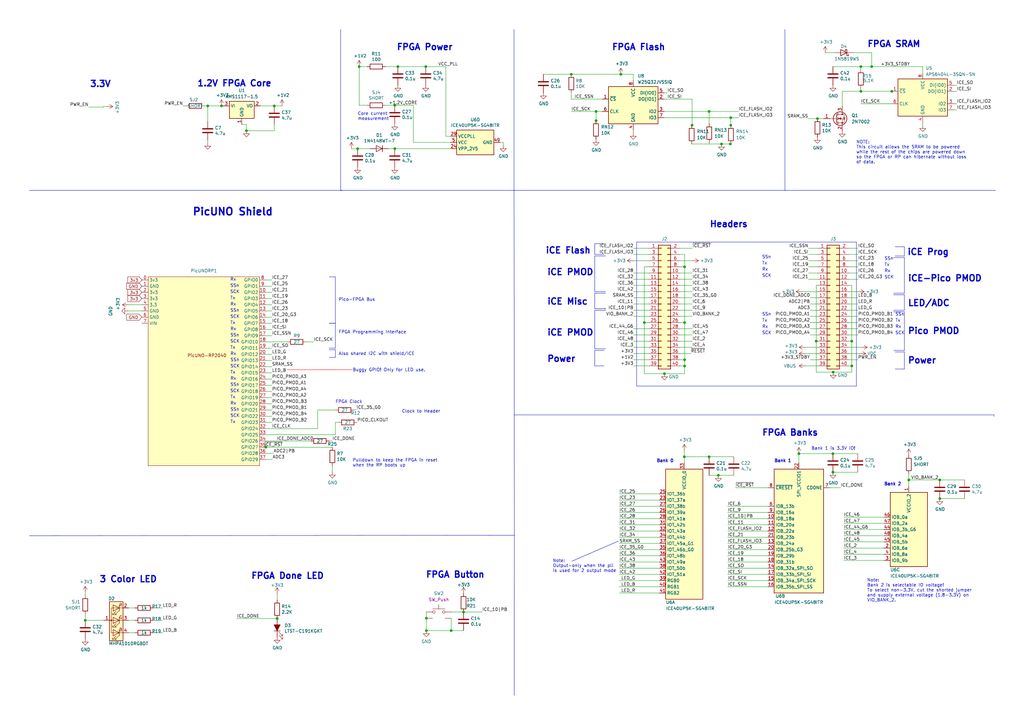
<source format=kicad_sch>
(kicad_sch (version 20230121) (generator eeschema)
  (paper "A3")
  (title_block (title "PicUNO-iCE") (date "2024-04-14") (rev "1"))
  (lib_symbols
    (symbol "Connector_Generic:Conn_02x20_Odd_Even" (pin_names (offset 1.016) hide)
      (property "Reference" "J" (at 1.27 25.4 0))
      (property "Value" "Conn_02x20_Odd_Even" (at 1.27 -27.94 0))
      (symbol "Conn_02x20_Odd_Even_1_1"
        (pin passive line (at -5.08 22.86 0) (length 3.81) (name "Pin_1") (number "1"))
        (pin passive line (at 7.62 12.7 180) (length 3.81) (name "Pin_10") (number "10"))
        (pin passive line (at -5.08 10.16 0) (length 3.81) (name "Pin_11") (number "11"))
        (pin passive line (at 7.62 10.16 180) (length 3.81) (name "Pin_12") (number "12"))
        (pin passive line (at -5.08 7.62 0) (length 3.81) (name "Pin_13") (number "13"))
        (pin passive line (at 7.62 7.62 180) (length 3.81) (name "Pin_14") (number "14"))
        (pin passive line (at -5.08 5.08 0) (length 3.81) (name "Pin_15") (number "15"))
        (pin passive line (at 7.62 5.08 180) (length 3.81) (name "Pin_16") (number "16"))
        (pin passive line (at -5.08 2.54 0) (length 3.81) (name "Pin_17") (number "17"))
        (pin passive line (at 7.62 2.54 180) (length 3.81) (name "Pin_18") (number "18"))
        (pin passive line (at -5.08 0 0) (length 3.81) (name "Pin_19") (number "19"))
        (pin passive line (at 7.62 22.86 180) (length 3.81) (name "Pin_2") (number "2"))
        (pin passive line (at 7.62 0 180) (length 3.81) (name "Pin_20") (number "20"))
        (pin passive line (at -5.08 -2.54 0) (length 3.81) (name "Pin_21") (number "21"))
        (pin passive line (at 7.62 -2.54 180) (length 3.81) (name "Pin_22") (number "22"))
        (pin passive line (at -5.08 -5.08 0) (length 3.81) (name "Pin_23") (number "23"))
        (pin passive line (at 7.62 -5.08 180) (length 3.81) (name "Pin_24") (number "24"))
        (pin passive line (at -5.08 -7.62 0) (length 3.81) (name "Pin_25") (number "25"))
        (pin passive line (at 7.62 -7.62 180) (length 3.81) (name "Pin_26") (number "26"))
        (pin passive line (at -5.08 -10.16 0) (length 3.81) (name "Pin_27") (number "27"))
        (pin passive line (at 7.62 -10.16 180) (length 3.81) (name "Pin_28") (number "28"))
        (pin passive line (at -5.08 -12.7 0) (length 3.81) (name "Pin_29") (number "29"))
        (pin passive line (at -5.08 20.32 0) (length 3.81) (name "Pin_3") (number "3"))
        (pin passive line (at 7.62 -12.7 180) (length 3.81) (name "Pin_30") (number "30"))
        (pin passive line (at -5.08 -15.24 0) (length 3.81) (name "Pin_31") (number "31"))
        (pin passive line (at 7.62 -15.24 180) (length 3.81) (name "Pin_32") (number "32"))
        (pin passive line (at -5.08 -17.78 0) (length 3.81) (name "Pin_33") (number "33"))
        (pin passive line (at 7.62 -17.78 180) (length 3.81) (name "Pin_34") (number "34"))
        (pin passive line (at -5.08 -20.32 0) (length 3.81) (name "Pin_35") (number "35"))
        (pin passive line (at 7.62 -20.32 180) (length 3.81) (name "Pin_36") (number "36"))
        (pin passive line (at -5.08 -22.86 0) (length 3.81) (name "Pin_37") (number "37"))
        (pin passive line (at 7.62 -22.86 180) (length 3.81) (name "Pin_38") (number "38"))
        (pin passive line (at -5.08 -25.4 0) (length 3.81) (name "Pin_39") (number "39"))
        (pin passive line (at 7.62 20.32 180) (length 3.81) (name "Pin_4") (number "4"))
        (pin passive line (at 7.62 -25.4 180) (length 3.81) (name "Pin_40") (number "40"))
        (pin passive line (at -5.08 17.78 0) (length 3.81) (name "Pin_5") (number "5"))
        (pin passive line (at 7.62 17.78 180) (length 3.81) (name "Pin_6") (number "6"))
        (pin passive line (at -5.08 15.24 0) (length 3.81) (name "Pin_7") (number "7"))
        (pin passive line (at 7.62 15.24 180) (length 3.81) (name "Pin_8") (number "8"))
        (pin passive line (at -5.08 12.7 0) (length 3.81) (name "Pin_9") (number "9"))
      )
    )
    (symbol "Device:D_Schottky" (pin_numbers hide) (pin_names (offset 1.016) hide)
      (property "Reference" "D" (at 0 2.54 0))
      (property "Value" "D_Schottky" (at 0 -2.54 0))
      (symbol "D_Schottky_1_1"
        (pin passive line (at -3.81 0 0) (length 2.54) (name "K") (number "1"))
        (pin passive line (at 3.81 0 180) (length 2.54) (name "A") (number "2"))
      )
    )
    (symbol "Device:R" (pin_numbers hide) (pin_names (offset 0))
      (property "Reference" "R" (at 2.032 0 90))
      (property "Value" "R" (at 0 0 90))
      (symbol "R_1_1"
        (pin passive line (at 0 3.81 270) (length 1.27) (name "~") (number "1"))
        (pin passive line (at 0 -3.81 90) (length 1.27) (name "~") (number "2"))
      )
    )
    (symbol "RPI PICO:PicUNO"
      (property "Reference" "PicUNORP2040" (at -30.48 -15.24 0))
      (symbol "PicUNO_1_1"
        (text "PicUNO-RP2040\n\n " (at -30.48 -13.97 0) (effects (font (size 1.27 1.27))))
        (pin output line (at -57.15 19.05 0) (length 2.54) (name "3v3") (number "0"))
        (pin output line (at -57.15 16.51 0) (length 2.54) (name "GND") (number "1"))
        (pin output line (at -6.35 13.97 180) (length 2.54) (name "GPIO2") (number "10"))
        (pin output line (at -6.35 11.43 180) (length 2.54) (name "GPIO3") (number "11"))
        (pin output line (at -6.35 8.89 180) (length 2.54) (name "GPIO4") (number "12"))
        (pin output line (at -6.35 6.35 180) (length 2.54) (name "GPIO5") (number "13"))
        (pin output line (at -6.35 3.81 180) (length 2.54) (name "GPIO6") (number "14"))
        (pin output line (at -6.4071 1.2661 180) (length 2.54) (name "GPIO7") (number "15"))
        (pin output line (at -6.35 -1.27 180) (length 2.54) (name "GPIO8") (number "16"))
        (pin output line (at -6.35 -3.81 180) (length 2.54) (name "GPIO9") (number "17"))
        (pin output line (at -6.35 -6.35 180) (length 2.54) (name "GPIO10") (number "18"))
        (pin output line (at -6.35 -8.89 180) (length 2.54) (name "GPIO11") (number "19"))
        (pin output line (at -57.15 13.97 0) (length 2.54) (name "3v3") (number "2"))
        (pin output line (at -6.35 -11.43 180) (length 2.54) (name "GPIO12") (number "20"))
        (pin output line (at -6.35 -13.97 180) (length 2.54) (name "GPIO13") (number "21"))
        (pin output line (at -6.35 -16.51 180) (length 2.54) (name "GPIO14") (number "22"))
        (pin output line (at -6.35 -19.05 180) (length 2.54) (name "GPIO15") (number "23"))
        (pin output line (at -6.35 -21.59 180) (length 2.54) (name "GPIO16") (number "24"))
        (pin output line (at -6.35 -24.13 180) (length 2.54) (name "GPIO17") (number "25"))
        (pin output line (at -6.35 -26.67 180) (length 2.54) (name "GPIO18") (number "26"))
        (pin output line (at -6.35 -29.21 180) (length 2.54) (name "GPIO19") (number "27"))
        (pin output line (at -6.35 -31.75 180) (length 2.54) (name "GPIO20") (number "28"))
        (pin output line (at -6.35 -34.29 180) (length 2.54) (name "GPIO21") (number "29"))
        (pin output line (at -57.15 11.43 0) (length 2.54) (name "3v3") (number "3"))
        (pin output line (at -6.35 -36.83 180) (length 2.54) (name "GPIO22") (number "30"))
        (pin output line (at -6.35 -39.37 180) (length 2.54) (name "GPIO23") (number "31"))
        (pin output line (at -6.35 -41.91 180) (length 2.54) (name "GPIO24") (number "32"))
        (pin output line (at -6.35 -44.45 180) (length 2.54) (name "GPIO25") (number "33"))
        (pin output line (at -6.35 -46.99 180) (length 2.54) (name "GPIO26") (number "34"))
        (pin output line (at -6.35 -49.53 180) (length 2.54) (name "GPIO27") (number "35"))
        (pin output line (at -6.35 -52.07 180) (length 2.54) (name "GPIO28") (number "36"))
        (pin output line (at -6.35 -54.61 180) (length 2.54) (name "GPIO29") (number "37"))
        (pin output line (at -57.15 8.89 0) (length 2.54) (name "3.3") (number "4"))
        (pin output line (at -57.15 6.35 0) (length 2.54) (name "GND") (number "5"))
        (pin output line (at -57.15 3.81 0) (length 2.54) (name "GND") (number "6"))
        (pin output line (at -57.15 1.27 0) (length 2.54) (name "VIN") (number "7"))
        (pin output line (at -6.35 19.05 180) (length 2.54) (name "GPIO0") (number "8"))
        (pin output line (at -6.35 16.51 180) (length 2.54) (name "GPIO1") (number "9"))
      )
    )
    (symbol "Regulator_Linear:AMS1117-1.5"
      (property "Reference" "U" (at -3.81 3.175 0))
      (property "Value" "AMS1117-1.5" (at 0 3.175 0))
      (symbol "AMS1117-1.5_1_1"
        (pin power_in line (at 0 -7.62 90) (length 2.54) (name "GND") (number "1"))
        (pin power_out line (at 7.62 0 180) (length 2.54) (name "VO") (number "2"))
        (pin power_in line (at -7.62 0 0) (length 2.54) (name "VI") (number "3"))
      )
    )
    (symbol "SW_Push_1" (pin_numbers hide) (pin_names (offset 1.016) hide)
      (property "Reference" "SW2" (at 0 7.62 0))
      (property "Comment" "SW_Push" (at 0 5.08 0))
      (symbol "SW_Push_1_0_1"
        (pin passive line (at -5.08 0 0) (length 2.54) (name "1") (number "1"))
        (pin passive line (at 5.08 0 180) (length 2.54) (name "2") (number "2"))
        (pin passive line (at -5.08 -2.54 0) (length 2.54) (name "SH1") (number "SH1"))
        (pin passive line (at 5.08 -2.54 180) (length 2.54) (name "SH2") (number "SH2"))
      )
    )
    (symbol "Transistor_FET:2N7002" (pin_names hide)
      (property "Reference" "Q" (at 5.08 1.905 0))
      (property "Value" "2N7002" (at 5.08 0 0))
      (symbol "2N7002_1_1"
        (pin input line (at -5.08 0 0) (length 2.54) (name "G") (number "1"))
        (pin passive line (at 2.54 -5.08 90) (length 2.54) (name "S") (number "2"))
        (pin passive line (at 2.54 5.08 270) (length 2.54) (name "D") (number "3"))
      )
    )
    (symbol "UPduino_v3.0:Device_C" (pin_numbers hide) (pin_names (offset 0.254))
      (property "Reference" "C" (at 0.635 2.54 0))
      (property "Value" "Device_C" (at 0.635 -2.54 0))
      (symbol "Device_C_1_1"
        (pin passive line (at 0 3.81 270) (length 2.794) (name "~") (number "1"))
        (pin passive line (at 0 -3.81 90) (length 2.794) (name "~") (number "2"))
      )
    )
    (symbol "UPduino_v3.0:Device_LED_ALT" (pin_numbers hide) (pin_names (offset 1.016) hide)
      (property "Reference" "D" (at 0 2.54 0))
      (property "Value" "Device_LED_ALT" (at 0 -2.54 0))
      (symbol "Device_LED_ALT_1_1"
        (pin passive line (at -3.81 0 0) (length 2.54) (name "K") (number "1"))
        (pin passive line (at 3.81 0 180) (length 2.54) (name "A") (number "2"))
      )
    )
    (symbol "UPduino_v3.0:Device_LED_ARGB" (pin_names (offset 0) hide)
      (property "Reference" "D2" (at 0 11.8618 0))
      (property "Value" "MHPA1010RGBDT" (at 6.35 10.16 0))
      (symbol "Device_LED_ARGB_0_0"
        (text "B" (at -1.905 3.81 0) (effects (font (size 1.27 1.27))))
        (text "G" (at -1.905 -1.27 0) (effects (font (size 1.27 1.27))))
        (text "R" (at -1.905 -6.35 0) (effects (font (size 1.27 1.27))))
      )
      (symbol "Device_LED_ARGB_1_1"
        (pin passive line (at 5.08 0 180) (length 2.54) (name "A") (number "1"))
        (pin passive line (at -5.08 -5.08 0) (length 2.54) (name "RK") (number "2"))
        (pin passive line (at -5.08 0 0) (length 2.54) (name "GK") (number "3"))
        (pin passive line (at -5.08 5.08 0) (length 2.54) (name "BK") (number "4"))
      )
    )
    (symbol "UPduino_v3.0:Device_R" (pin_numbers hide) (pin_names (offset 0))
      (property "Reference" "R" (at 2.032 0 90))
      (property "Value" "Device_R" (at 0 0 90))
      (symbol "Device_R_1_1"
        (pin passive line (at 0 3.81 270) (length 1.27) (name "~") (number "1"))
        (pin passive line (at 0 -3.81 90) (length 1.27) (name "~") (number "2"))
      )
    )
    (symbol "UPduino_v3.0:Diode_1N4148W" (pin_numbers hide) (pin_names (offset 1.016) hide)
      (property "Reference" "D" (at 0 2.54 0))
      (property "Value" "Diode_1N4148W" (at 0 -2.54 0))
      (symbol "Diode_1N4148W_1_1"
        (pin passive line (at -3.81 0 0) (length 2.54) (name "K") (number "1"))
        (pin passive line (at 3.81 0 180) (length 2.54) (name "A") (number "2"))
      )
    )
    (symbol "UPduino_v3.0:ICE40UP5K-SG48ITR-FPGA_Lattice"
      (property "Reference" "U" (at -8.89 -29.21 0))
      (property "Value" "ICE40UP5K-SG48ITR-FPGA_Lattice" (at 0 -31.75 0))
      (symbol "ICE40UP5K-SG48ITR-FPGA_Lattice_1_1"
        (pin bidirectional line (at -10.16 12.7 0) (length 2.54) (name "IOT_37a") (number "23"))
        (pin bidirectional line (at -10.16 15.24 0) (length 2.54) (name "IOT_36b") (number "25"))
        (pin bidirectional line (at -10.16 7.62 0) (length 2.54) (name "IOT_39a") (number "26"))
        (pin bidirectional line (at -10.16 10.16 0) (length 2.54) (name "IOT_38b") (number "27"))
        (pin bidirectional line (at -10.16 5.08 0) (length 2.54) (name "IOT_41a") (number "28"))
        (pin bidirectional line (at -10.16 2.54 0) (length 2.54) (name "IOT_42b") (number "31"))
        (pin bidirectional line (at -10.16 0 0) (length 2.54) (name "IOT_43a") (number "32"))
        (pin power_in line (at 0 27.94 270) (length 2.54) (name "VCCIO_0") (number "33"))
        (pin bidirectional line (at -10.16 -2.54 0) (length 2.54) (name "IOT_44b") (number "34"))
        (pin bidirectional line (at -10.16 -7.62 0) (length 2.54) (name "IOT_46b_G0") (number "35"))
        (pin bidirectional line (at -10.16 -10.16 0) (length 2.54) (name "IOT_48b") (number "36"))
        (pin bidirectional line (at -10.16 -5.08 0) (length 2.54) (name "IOT_45a_G1") (number "37"))
        (pin bidirectional line (at -10.16 -15.24 0) (length 2.54) (name "IOT_50b") (number "38"))
        (pin open_collector line (at -10.16 -20.32 0) (length 2.54) (name "RGB0") (number "39"))
        (pin open_collector line (at -10.16 -22.86 0) (length 2.54) (name "RGB1") (number "40"))
        (pin open_collector line (at -10.16 -25.4 0) (length 2.54) (name "RGB2") (number "41"))
        (pin bidirectional line (at -10.16 -17.78 0) (length 2.54) (name "IOT_51a") (number "42"))
        (pin bidirectional line (at -10.16 -12.7 0) (length 2.54) (name "IOT_49a") (number "43"))
      )
      (symbol "ICE40UP5K-SG48ITR-FPGA_Lattice_2_1"
        (pin bidirectional line (at -12.7 5.08 0) (length 2.54) (name "IOB_18a") (number "10"))
        (pin bidirectional line (at -12.7 2.54 0) (length 2.54) (name "IOB_20a") (number "11"))
        (pin bidirectional line (at -12.7 0 0) (length 2.54) (name "IOB_22a") (number "12"))
        (pin bidirectional line (at -12.7 -5.08 0) (length 2.54) (name "IOB_24a") (number "13"))
        (pin bidirectional line (at -12.7 -15.24 0) (length 2.54) (name "IOB_32a_SPI_SO") (number "14"))
        (pin bidirectional line (at -12.7 -20.32 0) (length 2.54) (name "IOB_34a_SPI_SCK") (number "15"))
        (pin bidirectional line (at -12.7 -22.86 0) (length 2.54) (name "IOB_35b_SPI_SS") (number "16"))
        (pin bidirectional line (at -12.7 -17.78 0) (length 2.54) (name "IOB_33b_SPI_SI") (number "17"))
        (pin bidirectional line (at -12.7 -12.7 0) (length 2.54) (name "IOB_31b") (number "18"))
        (pin bidirectional line (at -12.7 -10.16 0) (length 2.54) (name "IOB_29b") (number "19"))
        (pin bidirectional line (at -12.7 -7.62 0) (length 2.54) (name "IOB_25b_G3") (number "20"))
        (pin bidirectional line (at -12.7 -2.54 0) (length 2.54) (name "IOB_23b") (number "21"))
        (pin power_in line (at 0 27.94 270) (length 2.54) (name "SPI_VCCIO1") (number "22"))
        (pin bidirectional line (at -12.7 10.16 0) (length 2.54) (name "IOB_13b") (number "6"))
        (pin open_collector line (at 12.7 17.78 180) (length 2.54) (name "CDONE") (number "7"))
        (pin input line (at -12.7 17.78 0) (length 2.54) (name "~{CRESET}") (number "8"))
        (pin bidirectional line (at -12.7 7.62 0) (length 2.54) (name "IOB_16a") (number "9"))
      )
      (symbol "ICE40UP5K-SG48ITR-FPGA_Lattice_3_1"
        (pin power_in line (at 0 17.78 270) (length 2.54) (name "VCCIO_2") (number "1"))
        (pin bidirectional line (at -10.16 -7.62 0) (length 2.54) (name "IOB_6a") (number "2"))
        (pin bidirectional line (at -10.16 -12.7 0) (length 2.54) (name "IOB_9b") (number "3"))
        (pin bidirectional line (at -10.16 -10.16 0) (length 2.54) (name "IOB_8a") (number "4"))
        (pin bidirectional line (at -10.16 0 0) (length 2.54) (name "IOB_3b_G6") (number "44"))
        (pin bidirectional line (at -10.16 -5.08 0) (length 2.54) (name "IOB_5b") (number "45"))
        (pin bidirectional line (at -10.16 5.08 0) (length 2.54) (name "IOB_0a") (number "46"))
        (pin bidirectional line (at -10.16 2.54 0) (length 2.54) (name "IOB_2a") (number "47"))
        (pin bidirectional line (at -10.16 -2.54 0) (length 2.54) (name "IOB_4a") (number "48"))
      )
      (symbol "ICE40UP5K-SG48ITR-FPGA_Lattice_4_1"
        (pin power_in line (at -2.54 10.16 270) (length 2.54) (name "VPP_2V5") (number "24"))
        (pin power_out line (at 2.54 10.16 270) (length 2.54) (name "VCCPLL") (number "29"))
        (pin passive line (at 0 10.16 270) (length 2.54) hide (name "VCC") (number "30"))
        (pin power_in line (at 0 -10.16 90) (length 2.54) (name "GND") (number "49"))
        (pin power_in line (at 0 10.16 270) (length 2.54) (name "VCC") (number "5"))
      )
    )
    (symbol "UPduino_v3.0:W25Q32JVSS-Memory_Flash"
      (property "Reference" "U" (at -8.89 8.89 0))
      (property "Value" "W25Q32JVSS-Memory_Flash" (at 7.62 8.89 0))
      (symbol "W25Q32JVSS-Memory_Flash_1_1"
        (pin input line (at -12.7 2.54 0) (length 2.54) (name "~{CS}") (number "1"))
        (pin bidirectional line (at 12.7 2.54 180) (length 2.54) (name "DO(IO1)") (number "2"))
        (pin bidirectional line (at 12.7 -2.54 180) (length 2.54) (name "IO2") (number "3"))
        (pin power_in line (at 0 -10.16 90) (length 2.54) (name "GND") (number "4"))
        (pin bidirectional line (at 12.7 5.08 180) (length 2.54) (name "DI(IO0)") (number "5"))
        (pin input line (at -12.7 -2.54 0) (length 2.54) (name "CLK") (number "6"))
        (pin bidirectional line (at 12.7 -5.08 180) (length 2.54) (name "IO3") (number "7"))
        (pin power_in line (at 0 10.16 270) (length 2.54) (name "VCC") (number "8"))
      )
    )
    (symbol "UPduino_v3.0:power_+1V2" (power) (pin_names (offset 0))
      (property "Value" "power_+1V2" (at 0 3.556 0))
      (symbol "power_+1V2_1_1"
        (pin power_in line (at 0 0 90) (length 0) hide (name "+1V2") (number "1"))
      )
    )
    (symbol "UPduino_v3.0:power_GND" (power) (pin_names (offset 0))
      (property "Value" "power_GND" (at 0 -3.81 0))
      (symbol "power_GND_1_1"
        (pin power_in line (at 0 0 270) (length 0) hide (name "GND") (number "1"))
      )
    )
    (symbol "power:+3V3" (power) (pin_names (offset 0))
      (property "Value" "+3V3" (at 0 3.556 0))
      (symbol "+3V3_1_1"
        (pin power_in line (at 0 0 90) (length 0) hide (name "+3V3") (number "1"))
      )
    )
    (symbol "power:GND" (power) (pin_names (offset 0))
      (property "Value" "GND" (at 0 -3.81 0))
      (symbol "GND_1_1"
        (pin power_in line (at 0 0 270) (length 0) hide (name "GND") (number "1"))
      )
    )
    (symbol "power:VBUS" (power) (pin_names (offset 0))
      (property "Value" "VBUS" (at 0 3.81 0))
      (symbol "VBUS_1_1"
        (pin power_in line (at 0 0 90) (length 0) hide (name "VBUS") (number "1"))
      )
    )
    (symbol "power:VDC" (power) (pin_names (offset 0))
      (property "Value" "VDC" (at 0 6.35 0))
      (symbol "VDC_1_1"
        (pin power_in line (at 0 0 90) (length 0) hide (name "VDC") (number "1"))
      )
    )
  )
  (junction (at 335.28 48.641))
  (junction (at 163.195 27.305))
  (junction (at 299.72 51.3852))
  (junction (at 280.7829 132.2998))
  (junction (at 272.5279 153.2548))
  (junction (at 113.6613 253.6986))
  (junction (at 290.83 45.72))
  (junction (at 283.845 51.3852))
  (junction (at 385.445 204.47))
  (junction (at 101.0736 53.6001))
  (junction (at 234.315 30.48))
  (junction (at 290.83 187.325))
  (junction (at 264.2729 132.2998))
  (junction (at 357.505 27.305))
  (junction (at 353.06 27.305))
  (junction (at 349.3629 139.9198))
  (junction (at 365.76 37.465))
  (junction (at 280.7829 147.5398))
  (junction (at 341.63 193.675))
  (junction (at 174.8797 258.6297))
  (junction (at 161.925 43.18))
  (junction (at 334.7579 139.9198))
  (junction (at 174.625 27.305))
  (junction (at 295.91 59.055))
  (junction (at 244.475 49.4881))
  (junction (at 280.7829 109.4398))
  (junction (at 353.06 37.465))
  (junction (at 372.745 196.85))
  (junction (at 349.3629 150.0798))
  (junction (at 244.475 45.72))
  (junction (at 185.0397 258.6297))
  (junction (at 385.445 196.85))
  (junction (at 254.635 30.48))
  (junction (at 341.63 186.055))
  (junction (at 299.72 48.26))
  (junction (at 341.7429 152.6198))
  (junction (at 108.9974 183.4127))
  (junction (at 85.1986 43.4401))
  (junction (at 174.8797 253.5497))
  (junction (at 280.7829 150.1194))
  (junction (at 147.32 27.305))
  (junction (at 146.685 60.96))
  (junction (at 299.5681 59.055))
  (junction (at 90.8505 43.4401))
  (junction (at 280.67 187.325))
  (junction (at 294.64 194.945))
  (junction (at 112.5036 43.4401))
  (junction (at 34.9609 254.4319))
  (junction (at 161.925 60.96))
  (junction (at 327.66 186.055))
  (junction (at 190.1197 251.0097))
  (wire (pts (xy 270.51 202.565) (xy 254 202.565)))
  (wire (pts (xy 283.9579 119.5998) (xy 278.8779 119.5998)))
  (wire (pts (xy 348.0929 114.5198) (xy 351.9029 114.5198)))
  (wire (pts (xy 372.745 196.85) (xy 385.445 196.85)))
  (polyline (pts (xy 351.2679 158.3348) (xy 351.2679 99.2798)))
  (wire (pts (xy 270.51 240.665) (xy 254 240.665)))
  (wire (pts (xy 391.16 42.545) (xy 392.43 42.545)))
  (wire (pts (xy 42.4571 43.6845) (xy 43.7271 43.6845)))
  (wire (pts (xy 270.51 227.965) (xy 254 227.965)))
  (polyline (pts (xy 234.5559 230.1766) (xy 253.6059 221.9216)) (stroke (width 0) (type solid)))
  (wire (pts (xy 112.5036 43.4401) (xy 115.6786 43.4401)))
  (polyline (pts (xy 12.065 219.71) (xy 210.9849 219.5565)))
  (wire (pts (xy 108.9974 180.8727) (xy 127.4124 180.8727)))
  (wire (pts (xy 270.51 225.425) (xy 254 225.425)))
  (wire (pts (xy 314.96 227.965) (xy 298.45 227.965)))
  (wire (pts (xy 185.0397 253.5497) (xy 185.0397 258.6297)))
  (wire (pts (xy 280.7829 109.4398) (xy 280.7829 132.2998)))
  (wire (pts (xy 270.51 212.725) (xy 254 212.725)))
  (wire (pts (xy 270.51 243.205) (xy 254 243.205)))
  (wire (pts (xy 130.2752 168.1727) (xy 130.2752 175.7927)))
  (wire (pts (xy 130.2752 168.1727) (xy 137.5724 168.1727)))
  (wire (pts (xy 55.2809 259.5119) (xy 52.7409 259.5119)))
  (wire (pts (xy 113.6613 246.0786) (xy 113.6613 243.5386)))
  (wire (pts (xy 244.475 45.72) (xy 247.015 45.72)))
  (wire (pts (xy 111.5374 160.5527) (xy 108.9974 160.5527)))
  (wire (pts (xy 348.0929 124.6798) (xy 351.9029 124.6798)))
  (wire (pts (xy 353.06 37.465) (xy 365.76 37.465)))
  (wire (pts (xy 108.9974 140.2327) (xy 117.8874 140.2327)))
  (wire (pts (xy 335.3929 137.3798) (xy 332.2179 137.3798)))
  (wire (pts (xy 278.8779 109.4398) (xy 280.7829 109.4398)))
  (wire (pts (xy 205.105 58.42) (xy 206.375 58.42)))
  (wire (pts (xy 345.44 37.465) (xy 345.44 43.561)))
  (polyline (pts (xy 243.9529 99.9148) (xy 247.7629 99.9148)))
  (wire (pts (xy 259.8279 124.6798) (xy 266.1779 124.6798)))
  (wire (pts (xy 348.0929 119.5998) (xy 351.9029 119.5998)))
  (wire (pts (xy 353.06 36.195) (xy 353.06 37.465)))
  (wire (pts (xy 278.8779 117.0598) (xy 283.9579 117.0598)))
  (wire (pts (xy 332.2179 122.1398) (xy 335.3929 122.1398)))
  (wire (pts (xy 283.6961 59.055) (xy 295.91 59.055)))
  (wire (pts (xy 341.63 193.675) (xy 351.79 193.675)))
  (wire (pts (xy 254.635 30.48) (xy 259.715 30.48)))
  (wire (pts (xy 283.3229 144.9998) (xy 278.8779 144.9998)))
  (wire (pts (xy 357.505 27.305) (xy 378.46 27.305)))
  (wire (pts (xy 270.51 205.105) (xy 254 205.105)))
  (wire (pts (xy 330.3129 150.0798) (xy 335.3929 150.0798)))
  (polyline (pts (xy 135.0324 132.6127) (xy 137.5724 132.6127)))
  (polyline (pts (xy 210.9849 219.5565) (xy 210.8958 285.2008)))
  (polyline (pts (xy 210.82 78.105) (xy 408.305 78.105)))
  (wire (pts (xy 244.475 57.15) (xy 244.475 57.1081)))
  (polyline (pts (xy 243.9529 150.0798) (xy 247.7629 150.0798)))
  (polyline (pts (xy 12.065 78.105) (xy 82.55 78.105)))
  (wire (pts (xy 137.5724 173.2527) (xy 138.8424 173.2527)))
  (polyline (pts (xy 135.0324 146.5827) (xy 137.5724 146.5827)))
  (wire (pts (xy 327.66 186.055) (xy 327.66 189.865)))
  (polyline (pts (xy 243.9529 119.5998) (xy 243.9529 104.9948)))
  (wire (pts (xy 108.9974 124.9927) (xy 111.5374 124.9927)))
  (wire (pts (xy 270.51 217.805) (xy 254 217.805)))
  (wire (pts (xy 130.2752 175.7927) (xy 108.9974 175.7927)))
  (wire (pts (xy 34.9609 251.8919) (xy 34.9609 254.4319)))
  (wire (pts (xy 348.0929 129.7598) (xy 351.9029 129.7598)))
  (wire (pts (xy 314.96 235.585) (xy 298.45 235.585)))
  (wire (pts (xy 169.545 43.18) (xy 169.545 58.42)))
  (polyline (pts (xy 210.82 12.065) (xy 210.82 78.105)))
  (wire (pts (xy 259.8279 129.7598) (xy 266.1779 129.7598)))
  (wire (pts (xy 372.745 194.31) (xy 372.745 196.85)))
  (polyline (pts (xy 366.5079 127.2198) (xy 370.9529 127.2198)))
  (wire (pts (xy 314.96 215.265) (xy 298.45 215.265)))
  (polyline (pts (xy 243.9529 126.5848) (xy 248.3979 126.5848)))
  (polyline (pts (xy 321.945 12.065) (xy 321.945 78.105)))
  (wire (pts (xy 335.3929 134.8398) (xy 332.2179 134.8398)))
  (wire (pts (xy 278.8779 139.9198) (xy 283.9579 139.9198)))
  (wire (pts (xy 108.9974 119.9127) (xy 111.5374 119.9127)))
  (wire (pts (xy 159.385 60.96) (xy 161.925 60.96)))
  (wire (pts (xy 362.585 217.17) (xy 346.075 217.17)))
  (wire (pts (xy 283.6961 59.055) (xy 283.6961 59.0052)))
  (wire (pts (xy 85.1986 57.4101) (xy 85.1986 58.6801)))
  (wire (pts (xy 349.3629 139.9198) (xy 349.3629 150.0798)))
  (wire (pts (xy 66.7109 254.4319) (xy 62.9009 254.4319)))
  (wire (pts (xy 66.7109 249.3519) (xy 62.9009 249.3519)))
  (wire (pts (xy 111.7315 188.4434) (xy 108.9974 188.4434)))
  (wire (pts (xy 270.51 215.265) (xy 254 215.265)))
  (wire (pts (xy 351.79 186.055) (xy 341.63 186.055)))
  (polyline (pts (xy 370.9529 104.9948) (xy 367.1429 104.9948)))
  (wire (pts (xy 278.8779 114.5198) (xy 283.9579 114.5198)))
  (wire (pts (xy 335.3929 114.5198) (xy 331.5829 114.5198)))
  (wire (pts (xy 283.9579 129.7598) (xy 278.8779 129.7598)))
  (polyline (pts (xy 261.0979 158.3348) (xy 351.2679 158.3348)))
  (wire (pts (xy 348.0929 111.9798) (xy 351.9029 111.9798)))
  (wire (pts (xy 270.51 220.345) (xy 254 220.345)))
  (polyline (pts (xy 248.3979 127.2198) (xy 243.9529 127.2198)))
  (wire (pts (xy 147.32 27.305) (xy 150.495 27.305)))
  (wire (pts (xy 314.96 222.885) (xy 298.45 222.885)))
  (wire (pts (xy 330.3129 144.9998) (xy 335.3929 144.9998)))
  (wire (pts (xy 348.0929 132.2998) (xy 351.9029 132.2998)))
  (wire (pts (xy 161.925 60.96) (xy 184.785 60.96)))
  (polyline (pts (xy 135.0324 132.6127) (xy 137.5724 132.6127)))
  (wire (pts (xy 357.505 21.59) (xy 357.505 27.305)))
  (wire (pts (xy 290.8912 58.4061) (xy 290.8912 59.1331)))
  (wire (pts (xy 270.51 238.125) (xy 254 238.125)))
  (wire (pts (xy 283.6961 51.3852) (xy 283.845 51.3852)))
  (polyline (pts (xy 370.9529 105.6298) (xy 366.5079 105.6298)))
  (wire (pts (xy 108.9974 185.9527) (xy 112.1724 185.9527)))
  (wire (pts (xy 348.0929 106.8998) (xy 351.9029 106.8998)))
  (polyline (pts (xy 210.9849 219.1898) (xy 210.9611 219.5465)))
  (wire (pts (xy 108.9974 150.3927) (xy 111.5374 150.3927)))
  (wire (pts (xy 332.2179 124.6798) (xy 335.3929 124.6798)))
  (wire (pts (xy 244.475 49.4881) (xy 244.4383 49.4881)))
  (wire (pts (xy 54.0192 124.9996) (xy 54.0192 124.9927)))
  (wire (pts (xy 385.445 204.47) (xy 395.605 204.47)))
  (wire (pts (xy 83.9286 43.4401) (xy 85.1986 43.4401)))
  (wire (pts (xy 259.8279 104.3598) (xy 266.1779 104.3598)))
  (wire (pts (xy 158.115 27.305) (xy 163.195 27.305)))
  (wire (pts (xy 234.315 30.48) (xy 254.635 30.48)))
  (wire (pts (xy 314.96 212.725) (xy 298.45 212.725)))
  (wire (pts (xy 348.0929 104.3598) (xy 351.9029 104.3598)))
  (wire (pts (xy 338.455 21.59) (xy 342.265 21.59)))
  (wire (pts (xy 108.9974 170.7127) (xy 111.5374 170.7127)))
  (wire (pts (xy 272.415 48.26) (xy 299.72 48.26)))
  (polyline (pts (xy 243.9529 143.7298) (xy 243.9529 147.5398)))
  (wire (pts (xy 273.685 38.1) (xy 272.415 38.1)))
  (wire (pts (xy 280.67 184.785) (xy 280.67 187.325)))
  (wire (pts (xy 290.83 187.325) (xy 300.99 187.325)))
  (polyline (pts (xy 82.55 78.105) (xy 210.82 78.105)))
  (wire (pts (xy 259.8279 101.8198) (xy 266.1779 101.8198)))
  (wire (pts (xy 348.0929 134.8398) (xy 351.9029 134.8398)))
  (wire (pts (xy 108.9974 114.8327) (xy 111.5374 114.8327)))
  (wire (pts (xy 174.8797 251.0097) (xy 174.8797 253.5497)))
  (wire (pts (xy 278.8779 150.0798) (xy 280.98 150.0798)))
  (wire (pts (xy 334.7579 139.9198) (xy 335.3929 139.9198)))
  (wire (pts (xy 266.1779 109.4398) (xy 264.2729 109.4398)))
  (wire (pts (xy 174.625 27.305) (xy 182.88 27.305)))
  (wire (pts (xy 362.585 212.09) (xy 346.075 212.09)))
  (wire (pts (xy 259.8279 111.9798) (xy 266.1779 111.9798)))
  (wire (pts (xy 85.1986 43.4401) (xy 90.8505 43.4401)))
  (wire (pts (xy 264.2729 132.2998) (xy 264.2729 153.2548)))
  (polyline (pts (xy 407.67 170.18) (xy 407.67 170.815)))
  (wire (pts (xy 362.585 224.79) (xy 346.075 224.79)))
  (wire (pts (xy 332.2179 147.5398) (xy 335.3929 147.5398)))
  (wire (pts (xy 395.605 196.85) (xy 385.445 196.85)))
  (wire (pts (xy 283.9579 124.6798) (xy 278.8779 124.6798)))
  (wire (pts (xy 353.06 27.305) (xy 357.505 27.305)))
  (wire (pts (xy 75.0386 43.4401) (xy 76.3086 43.4401)))
  (wire (pts (xy 112.5036 53.6001) (xy 112.5036 51.0601)))
  (polyline (pts (xy 370.9529 143.7298) (xy 366.5079 143.7298)))
  (wire (pts (xy 353.06 42.545) (xy 365.76 42.545)))
  (wire (pts (xy 283.9579 106.8998) (xy 278.8779 106.8998)))
  (polyline (pts (xy 247.7629 143.7298) (xy 243.9529 143.7298)))
  (polyline (pts (xy 243.9529 104.9948) (xy 248.3979 104.9948)))
  (wire (pts (xy 348.0929 117.0598) (xy 349.3629 117.0598)))
  (wire (pts (xy 108.9974 188.4434) (xy 108.9974 188.4927)))
  (wire (pts (xy 55.2809 254.4319) (xy 52.7409 254.4319)))
  (wire (pts (xy 314.96 207.645) (xy 298.45 207.645)))
  (wire (pts (xy 147.32 43.18) (xy 150.495 43.18)))
  (wire (pts (xy 136.3024 191.0327) (xy 136.3024 193.5727)))
  (wire (pts (xy 280.7829 132.2998) (xy 280.7829 147.5398)))
  (polyline (pts (xy 210.82 78.105) (xy 210.9849 219.1898)))
  (wire (pts (xy 106.7886 43.4401) (xy 112.5036 43.4401)))
  (wire (pts (xy 341.63 27.305) (xy 353.06 27.305)))
  (wire (pts (xy 270.51 233.045) (xy 254 233.045)))
  (polyline (pts (xy 261.0979 99.2798) (xy 261.0979 158.3348)))
  (polyline (pts (xy 370.9529 127.8548) (xy 370.9529 143.7298)))
  (wire (pts (xy 259.8279 117.0598) (xy 266.1779 117.0598)))
  (wire (pts (xy 335.3929 109.4398) (xy 331.5829 109.4398)))
  (wire (pts (xy 264.2729 153.2548) (xy 272.5279 153.2548)))
  (wire (pts (xy 299.5681 59.0052) (xy 299.5681 59.055)))
  (wire (pts (xy 108.9974 130.0727) (xy 111.5374 130.0727)))
  (wire (pts (xy 283.9579 134.8398) (xy 278.8779 134.8398)))
  (wire (pts (xy 244.475 57.1081) (xy 244.4383 57.1081)))
  (polyline (pts (xy 247.7629 126.5848) (xy 248.3979 126.5848)))
  (polyline (pts (xy 367.1429 151.3498) (xy 370.9529 151.3498)))
  (polyline (pts (xy 243.9529 100.5498) (xy 243.9529 104.3598)))
  (wire (pts (xy 66.7109 259.5119) (xy 62.9009 259.5119)))
  (polyline (pts (xy 370.9529 101.1848) (xy 370.9529 104.9948)))
  (wire (pts (xy 111.5374 152.9327) (xy 108.9974 152.9327)))
  (wire (pts (xy 244.475 49.4881) (xy 244.475 49.53)))
  (wire (pts (xy 314.96 230.505) (xy 298.45 230.505)))
  (wire (pts (xy 290.8912 51.435) (xy 290.8912 50.7861)))
  (wire (pts (xy 108.9974 168.1727) (xy 111.5374 168.1727)))
  (wire (pts (xy 135.0324 180.8727) (xy 136.3024 180.8727)))
  (wire (pts (xy 280.7829 150.1194) (xy 280.7829 153.2548)))
  (wire (pts (xy 125.5074 140.2327) (xy 128.6824 140.2327)))
  (wire (pts (xy 314.96 220.345) (xy 298.45 220.345)))
  (wire (pts (xy 266.1779 114.5198) (xy 259.8279 114.5198)))
  (wire (pts (xy 362.585 214.63) (xy 346.075 214.63)))
  (wire (pts (xy 348.0929 142.4598) (xy 353.1729 142.4598)))
  (wire (pts (xy 190.1197 251.0097) (xy 197.7397 251.0097)))
  (wire (pts (xy 278.8779 104.3598) (xy 280.7829 104.3598)))
  (wire (pts (xy 280.7829 147.5398) (xy 280.7829 150.1194)))
  (wire (pts (xy 334.7579 152.6198) (xy 341.7429 152.6198)))
  (wire (pts (xy 270.51 207.645) (xy 254 207.645)))
  (polyline (pts (xy 248.3979 120.2348) (xy 243.9529 120.2348)))
  (wire (pts (xy 123.7023 178.3327) (xy 108.9974 178.3327)))
  (wire (pts (xy 294.64 194.945) (xy 300.99 194.945)))
  (wire (pts (xy 259.8279 139.9198) (xy 266.1779 139.9198)))
  (wire (pts (xy 351.9029 147.5398) (xy 348.0929 147.5398)))
  (wire (pts (xy 349.3629 117.0598) (xy 349.3629 139.9198)))
  (wire (pts (xy 90.8505 43.4401) (xy 91.5486 43.4401)))
  (wire (pts (xy 334.7579 117.0598) (xy 335.3929 117.0598)))
  (wire (pts (xy 169.545 58.42) (xy 184.785 58.42)))
  (wire (pts (xy 301.625 200.025) (xy 314.96 200.025)))
  (wire (pts (xy 332.2179 127.2198) (xy 335.3929 127.2198)))
  (polyline (pts (xy 139.7 78.105) (xy 140.335 78.105)))
  (polyline (pts (xy 367.1429 101.1848) (xy 370.9529 101.1848)))
  (wire (pts (xy 299.72 51.3852) (xy 299.72 51.435)))
  (wire (pts (xy 348.0929 139.9198) (xy 349.3629 139.9198)))
  (wire (pts (xy 362.585 229.87) (xy 346.075 229.87)))
  (wire (pts (xy 335.3929 132.2998) (xy 332.2179 132.2998)))
  (polyline (pts (xy 370.9529 144.3648) (xy 370.9529 151.3498)))
  (wire (pts (xy 42.4571 43.9085) (xy 36.3171 43.9085)))
  (wire (pts (xy 52.4824 127.5327) (xy 58.1974 127.5327)))
  (wire (pts (xy 290.83 194.945) (xy 294.64 194.945)))
  (wire (pts (xy 123.7023 178.3126) (xy 123.7023 178.3327)))
  (wire (pts (xy 137.5724 173.2527) (xy 137.5724 178.3126)))
  (wire (pts (xy 259.8279 119.5998) (xy 266.1779 119.5998)))
  (wire (pts (xy 244.475 45.72) (xy 244.475 49.4881)))
  (wire (pts (xy 163.195 27.305) (xy 174.625 27.305)))
  (wire (pts (xy 270.51 222.885) (xy 254 222.885)))
  (wire (pts (xy 290.83 45.72) (xy 302.895 45.72)))
  (polyline (pts (xy 243.9529 127.2198) (xy 243.9529 143.0948)))
  (wire (pts (xy 280.98 150.0798) (xy 280.98 150.1194)))
  (wire (pts (xy 378.46 27.305) (xy 378.46 29.845)))
  (polyline (pts (xy 366.5079 127.8548) (xy 370.9529 127.8548)))
  (wire (pts (xy 278.8779 137.3798) (xy 283.9579 137.3798)))
  (wire (pts (xy 278.8779 101.8198) (xy 283.9579 101.8198)))
  (wire (pts (xy 144.145 60.96) (xy 146.685 60.96)))
  (wire (pts (xy 349.3629 150.0798) (xy 349.3629 152.6198)))
  (polyline (pts (xy 366.5079 120.8698) (xy 370.9529 120.8698)))
  (wire (pts (xy 391.16 37.465) (xy 392.43 37.465)))
  (wire (pts (xy 299.5681 59.055) (xy 299.72 59.055)))
  (polyline (pts (xy 366.5079 120.2348) (xy 370.9529 120.2348)))
  (wire (pts (xy 108.9974 122.4527) (xy 111.5374 122.4527)))
  (wire (pts (xy 362.585 222.25) (xy 346.075 222.25)))
  (polyline (pts (xy 243.9529 104.3598) (xy 247.7629 104.3598)))
  (wire (pts (xy 290.83 45.72) (xy 290.83 51.435)))
  (wire (pts (xy 299.72 48.26) (xy 299.72 51.3852)))
  (wire (pts (xy 314.96 233.045) (xy 298.45 233.045)))
  (wire (pts (xy 299.72 48.26) (xy 302.895 48.26)))
  (wire (pts (xy 206.375 58.42) (xy 206.375 59.69)))
  (polyline (pts (xy 243.9529 120.2348) (xy 243.9529 126.5848)))
  (wire (pts (xy 299.7747 59.0052) (xy 299.5681 59.0052)))
  (wire (pts (xy 34.9609 254.4319) (xy 42.5809 254.4319)))
  (wire (pts (xy 283.9579 127.2198) (xy 278.8779 127.2198)))
  (wire (pts (xy 52.7492 124.9996) (xy 54.0192 124.9996)))
  (wire (pts (xy 272.415 40.64) (xy 283.845 40.64)))
  (wire (pts (xy 330.3129 142.4598) (xy 335.3929 142.4598)))
  (polyline (pts (xy 248.3979 119.5998) (xy 243.9529 119.5998)))
  (polyline (pts (xy 137.5724 113.5627) (xy 137.5724 132.6127)))
  (wire (pts (xy 259.715 30.48) (xy 259.715 33.02)))
  (wire (pts (xy 111.5374 173.2527) (xy 108.9974 173.2527)))
  (wire (pts (xy 108.9974 127.5327) (xy 111.5374 127.5327)))
  (wire (pts (xy 278.8779 142.4598) (xy 283.9579 142.4598)))
  (polyline (pts (xy 139.7 12.065) (xy 139.7 78.105)))
  (wire (pts (xy 362.585 219.71) (xy 346.075 219.71)))
  (wire (pts (xy 329.0429 119.5998) (xy 335.3929 119.5998)))
  (wire (pts (xy 266.1779 137.3798) (xy 259.8279 137.3798)))
  (wire (pts (xy 108.9974 163.0927) (xy 111.5374 163.0927)))
  (wire (pts (xy 55.2809 249.3519) (xy 52.7409 249.3519)))
  (wire (pts (xy 278.8779 147.5398) (xy 280.7829 147.5398)))
  (wire (pts (xy 283.9579 122.1398) (xy 278.8779 122.1398)))
  (wire (pts (xy 145.1924 168.1126) (xy 146.1483 168.1126)))
  (polyline (pts (xy 367.1429 144.3648) (xy 370.9529 144.3648)))
  (polyline (pts (xy 210.82 170.18) (xy 407.67 170.18)))
  (wire (pts (xy 272.5279 153.2548) (xy 280.7829 153.2548)))
  (wire (pts (xy 348.0929 122.1398) (xy 351.9029 122.1398)))
  (wire (pts (xy 185.0397 258.6297) (xy 190.1197 258.6297)))
  (wire (pts (xy 97.1513 253.6986) (xy 113.6613 253.6986)))
  (wire (pts (xy 34.9609 243.0019) (xy 34.9609 244.2719)))
  (wire (pts (xy 372.745 196.85) (xy 372.745 199.39)))
  (wire (pts (xy 331.47 48.641) (xy 335.28 48.641)))
  (wire (pts (xy 259.8279 142.4598) (xy 266.1779 142.4598)))
  (wire (pts (xy 283.845 51.3852) (xy 283.845 51.435)))
  (wire (pts (xy 108.9974 183.4127) (xy 136.3024 183.4127)))
  (wire (pts (xy 99.1686 51.0601) (xy 101.0736 51.0601)))
  (wire (pts (xy 348.0929 150.0798) (xy 349.3629 150.0798)))
  (wire (pts (xy 378.46 50.165) (xy 378.46 51.435)))
  (wire (pts (xy 108.9974 117.3727) (xy 111.5374 117.3727)))
  (polyline (pts (xy 137.5724 132.6127) (xy 137.5724 133.8827)))
  (wire (pts (xy 259.8279 134.8398) (xy 266.1779 134.8398)))
  (wire (pts (xy 353.06 28.575) (xy 353.06 27.305)))
  (wire (pts (xy 161.925 43.18) (xy 169.545 43.18)))
  (wire (pts (xy 295.91 59.055) (xy 299.5681 59.055)))
  (wire (pts (xy 365.76 37.465) (xy 366.014 37.465)))
  (polyline (pts (xy 370.9529 120.8698) (xy 370.9529 127.2198)))
  (wire (pts (xy 331.5829 111.9798) (xy 335.3929 111.9798)))
  (wire (pts (xy 290.83 51.435) (xy 290.8912 51.435)))
  (wire (pts (xy 270.51 235.585) (xy 254 235.585)))
  (wire (pts (xy 101.0736 53.6001) (xy 112.5036 53.6001)))
  (polyline (pts (xy 117.8874 151.6627) (xy 144.4233 151.6555)) (stroke (width 0) (type solid) (color 255 0 0 1)))
  (wire (pts (xy 264.2729 109.4398) (xy 264.2729 132.2998)))
  (wire (pts (xy 331.5829 104.3598) (xy 335.3929 104.3598)))
  (wire (pts (xy 345.44 37.465) (xy 353.06 37.465)))
  (wire (pts (xy 314.96 210.185) (xy 298.45 210.185)))
  (wire (pts (xy 334.7579 139.9198) (xy 334.7579 152.6198)))
  (polyline (pts (xy 243.9529 100.5498) (xy 243.9529 99.9148)))
  (wire (pts (xy 42.4571 43.6845) (xy 42.4571 43.9085)))
  (wire (pts (xy 348.0929 137.3798) (xy 351.9029 137.3798)))
  (wire (pts (xy 283.9579 111.9798) (xy 278.8779 111.9798)))
  (wire (pts (xy 174.8797 258.6297) (xy 185.0397 258.6297)))
  (wire (pts (xy 222.885 30.48) (xy 234.315 30.48)))
  (wire (pts (xy 270.51 230.505) (xy 254 230.505)))
  (wire (pts (xy 54.0192 124.9927) (xy 58.1974 124.9927)))
  (polyline (pts (xy 135.0324 113.5627) (xy 137.5724 113.5627)))
  (wire (pts (xy 280.7829 104.3598) (xy 280.7829 109.4398)))
  (wire (pts (xy 334.7579 139.9198) (xy 334.7579 117.0598)))
  (wire (pts (xy 278.8779 132.2998) (xy 280.7829 132.2998)))
  (wire (pts (xy 259.715 53.34) (xy 259.715 54.61)))
  (wire (pts (xy 110.2103 132.6127) (xy 111.5374 132.6127)))
  (wire (pts (xy 234.315 40.64) (xy 247.015 40.64)))
  (wire (pts (xy 111.5374 158.0127) (xy 108.9974 158.0127)))
  (wire (pts (xy 101.0736 51.0601) (xy 101.0736 53.6001)))
  (wire (pts (xy 349.885 21.59) (xy 357.505 21.59)))
  (wire (pts (xy 259.8279 144.9998) (xy 266.1779 144.9998)))
  (wire (pts (xy 108.9974 145.3127) (xy 111.5374 145.3127)))
  (wire (pts (xy 108.9974 135.1527) (xy 111.5374 135.1527)))
  (wire (pts (xy 280.98 150.1194) (xy 280.7829 150.1194)))
  (wire (pts (xy 264.2729 132.2998) (xy 266.1779 132.2998)))
  (wire (pts (xy 391.16 45.085) (xy 392.43 45.085)))
  (wire (pts (xy 174.8797 253.5497) (xy 174.8797 258.6297)))
  (wire (pts (xy 234.315 45.72) (xy 244.475 45.72)))
  (polyline (pts (xy 137.5724 143.4077) (xy 137.5724 146.5827)))
  (wire (pts (xy 348.0929 127.2198) (xy 351.9029 127.2198)))
  (wire (pts (xy 348.0929 144.9998) (xy 352.5379 144.9998)))
  (wire (pts (xy 348.0929 109.4398) (xy 351.9029 109.4398)))
  (wire (pts (xy 270.51 210.185) (xy 254 210.185)))
  (wire (pts (xy 108.9974 137.6927) (xy 111.5374 137.6927)))
  (polyline (pts (xy 243.9529 143.0948) (xy 248.3979 143.0948)))
  (wire (pts (xy 111.5374 142.7727) (xy 108.9974 142.7727)))
  (wire (pts (xy 272.415 45.72) (xy 290.83 45.72)))
  (wire (pts (xy 283.845 40.64) (xy 283.845 51.3852)))
  (polyline (pts (xy 261.0979 99.2798) (xy 351.2679 99.2798)))
  (wire (pts (xy 314.96 240.665) (xy 298.45 240.665)))
  (wire (pts (xy 145.1924 168.1727) (xy 145.1924 168.1126)))
  (polyline (pts (xy 135.0324 143.4077) (xy 137.5724 143.4077)))
  (polyline (pts (xy 370.9529 120.2348) (xy 370.9529 105.6298)))
  (wire (pts (xy 280.67 187.325) (xy 280.67 189.865)))
  (wire (pts (xy 158.115 43.18) (xy 161.925 43.18)))
  (wire (pts (xy 110.2103 132.6166) (xy 110.2103 132.6127)))
  (wire (pts (xy 111.5374 155.4727) (xy 108.9974 155.4727)))
  (wire (pts (xy 259.8279 150.0798) (xy 266.1779 150.0798)))
  (wire (pts (xy 335.3929 129.7598) (xy 332.2179 129.7598)))
  (polyline (pts (xy 137.5724 133.8827) (xy 137.5724 142.7727)))
  (wire (pts (xy 234.315 38.1) (xy 234.315 40.64)))
  (wire (pts (xy 341.7429 152.6198) (xy 349.3629 152.6198)))
  (wire (pts (xy 331.5829 106.8998) (xy 335.3929 106.8998)))
  (wire (pts (xy 299.72 51.3852) (xy 299.7747 51.3852)))
  (wire (pts (xy 391.16 34.925) (xy 392.43 34.925)))
  (wire (pts (xy 362.585 227.33) (xy 346.075 227.33)))
  (wire (pts (xy 314.96 225.425) (xy 298.45 225.425)))
  (polyline (pts (xy 135.0324 142.7727) (xy 137.5724 142.7727)))
  (wire (pts (xy 111.5374 147.8527) (xy 108.9974 147.8527)))
  (wire (pts (xy 314.96 217.805) (xy 298.45 217.805)))
  (wire (pts (xy 146.685 60.96) (xy 151.765 60.96)))
  (wire (pts (xy 259.8279 127.2198) (xy 266.1779 127.2198)))
  (wire (pts (xy 123.7023 178.3126) (xy 137.5724 178.3126)))
  (wire (pts (xy 314.96 238.125) (xy 298.45 238.125)))
  (wire (pts (xy 182.88 55.88) (xy 184.785 55.88)))
  (wire (pts (xy 147.32 27.305) (xy 147.32 43.18)))
  (wire (pts (xy 259.8279 106.8998) (xy 266.1779 106.8998)))
  (wire (pts (xy 327.66 186.055) (xy 341.63 186.055)))
  (wire (pts (xy 182.88 27.305) (xy 182.88 55.88)))
  (wire (pts (xy 108.9403 132.6166) (xy 110.2103 132.6166)))
  (wire (pts (xy 340.36 200.025) (xy 344.805 200.025)))
  (wire (pts (xy 185.0397 251.0097) (xy 190.1197 251.0097)))
  (wire (pts (xy 259.8279 122.1398) (xy 266.1779 122.1398)))
  (wire (pts (xy 85.1986 43.4401) (xy 85.1986 49.7901)))
  (wire (pts (xy 108.9974 165.6327) (xy 111.5374 165.6327)))
  (wire (pts (xy 351.9029 101.8198) (xy 348.0929 101.8198)))
  (wire (pts (xy 108.3624 183.4127) (xy 108.9974 183.4127)))
  (polyline (pts (xy 243.9529 147.5398) (xy 243.9529 150.0798)))
  (wire (pts (xy 335.3929 101.8198) (xy 331.5829 101.8198)))
  (wire (pts (xy 280.67 187.325) (xy 290.83 187.325)))
  (wire (pts (xy 335.28 48.641) (xy 337.82 48.641)))
  (wire (pts (xy 259.8279 147.5398) (xy 266.1779 147.5398)))
  (text "Tx" (at 367.1429 132.2998 0) (effects (font (size 1.27 1.27)) (justify left bottom)))
  (text "FPGA SRAM" (at 355.6 19.685 0) (effects (font (size 2.54 2.54) (thickness 0.508) bold) (justify left bottom)))
  (text "iCE PMOD" (at 224.2679 138.0148 0) (effects (font (size 2.54 2.54) (thickness 0.508) bold) (justify left bottom)))
  (text "FPGA Programming Interface" (at 138.8424 137.0577 0) (effects (font (size 1.27 1.27)) (justify left bottom)))
  (text "SCK" (at 94.3649 120.5604 0) (effects (font (size 1.27 1.27)) (justify left bottom)))
  (text "Rx" (at 94.3924 125.6442 0) (effects (font (size 1.27 1.27)) (justify left bottom)))
  (text "1.2V FPGA Core" (at 80.7536 35.8201 0) (effects (font (size 2.54 2.54) (thickness 0.508) bold) (justify left bottom)))
  (text "Tx" (at 94.3924 133.2477 0) (effects (font (size 1.27 1.27)) (justify left bottom)))
  (text "Rx" (at 94.4199 156.095 0) (effects (font (size 1.27 1.27)) (justify left bottom)))
  (text "Pico PMOD" (at 372.2229 137.3798 0) (effects (font (size 2.54 2.54) (thickness 0.508) bold) (justify left bottom)))
  (text "NOTE:\nThis circuit allows the SRAM to be powered\nwhile the rest of the chips are powered down\nso the FPGA or RP can hibernate without loss\nof data." (at 351.155 67.31 0) (effects (font (size 1.27 1.27)) (justify left bottom)))
  (text "SSn" (at 362.7254 106.9036 0) (effects (font (size 1.27 1.27)) (justify left bottom)))
  (text "Tx" (at 94.3924 143.3912 0) (effects (font (size 1.27 1.27)) (justify left bottom)))
  (text "SCK" (at 312.5329 137.3963 0) (effects (font (size 1.27 1.27)) (justify left bottom)))
  (text "Note:\nOutput-only when the pll \nis used for 2 output mode" (at 226.695 234.95 0) (effects (font (size 1.27 1.27)) (justify left bottom)))
  (text "FPGA Clock" (at 137.5724 165.6327 0) (effects (font (size 1.27 1.27)) (justify left bottom)))
  (text "Tx" (at 94.3924 163.7112 0) (effects (font (size 1.27 1.27)) (justify left bottom)))
  (text "SSn" (at 312.5604 129.7801 0) (effects (font (size 1.27 1.27)) (justify left bottom)))
  (text "SSn" (at 94.3924 118.0242 0) (effects (font (size 1.27 1.27)) (justify left bottom)))
  (text "Bank 1 is 3.3V IO!" (at 332.74 184.785 0) (effects (font (size 1.27 1.27)) (justify left bottom)))
  (text "FPGA Power" (at 162.56 20.955 0) (effects (font (size 2.54 2.54) (thickness 0.508) bold) (justify left bottom)))
  (text "Bank 2" (at 362.585 199.39 0) (effects (font (size 1.27 1.27) (thickness 0.254) bold) (justify left bottom)))
  (text "SCK" (at 94.3924 140.8677 0) (effects (font (size 1.27 1.27)) (justify left bottom)))
  (text "Rx" (at 312.5329 111.3448 0) (effects (font (size 1.27 1.27)) (justify left bottom)))
  (text "iCE PMOD" (at 224.2679 113.2498 0) (effects (font (size 2.54 2.54) (thickness 0.508) bold) (justify left bottom)))
  (text "Pico-FPGA Bus" (at 138.8424 123.7227 0) (effects (font (size 1.27 1.27)) (justify left bottom)))
  (text "SCK" (at 362.6979 114.5198 0) (effects (font (size 1.27 1.27)) (justify left bottom)))
  (text "Rx" (at 362.7254 111.9671 0) (effects (font (size 1.27 1.27)) (justify left bottom)))
  (text "iCE Misc" (at 224.2679 125.3148 0) (effects (font (size 2.54 2.54) (thickness 0.508) bold) (justify left bottom)))
  (text "SSn" (at 94.4474 148.4953 0) (effects (font (size 1.27 1.27)) (justify left bottom)))
  (text "Tx" (at 94.3649 123.0839 0) (effects (font (size 1.27 1.27)) (justify left bottom)))
  (text "SCK" (at 367.1429 137.3963 0) (effects (font (size 1.27 1.27)) (justify left bottom)))
  (text "FPGA Button" (at 174.5285 237.3207 0) (effects (font (size 2.54 2.54) (thickness 0.508) bold) (justify left bottom)))
  (text "Tx" (at 94.4199 153.555 0) (effects (font (size 1.27 1.27)) (justify left bottom)))
  (text "Pulldown to keep the FPGA in reset\nwhen the RP boots up" (at 144.5574 191.6677 0) (effects (font (size 1.27 1.27)) (justify left bottom)))
  (text "SSn" (at 312.5329 106.2813 0) (effects (font (size 1.27 1.27)) (justify left bottom)))
  (text "Headers" (at 290.9429 93.5648 0) (effects (font (size 2.54 2.54) (thickness 0.508) bold) (justify left bottom)))
  (text "LED/ADC" (at 372.2229 125.9498 0) (effects (font (size 2.54 2.54) (thickness 0.508) bold) (justify left bottom)))
  (text "Tx" (at 312.5329 132.2998 0) (effects (font (size 1.27 1.27)) (justify left bottom)))
  (text "3 Color LED" (at 40.6759 239.1919 0) (effects (font (size 2.54 2.54) (thickness 0.508) bold) (justify left bottom)))
  (text "Clock to Header" (at 164.8009 169.5561 0) (effects (font (size 1.27 1.27)) (justify left bottom)))
  (text "SCK" (at 94.3924 130.7242 0) (effects (font (size 1.27 1.27)) (justify left bottom)))
  (text "Power" (at 372.2229 149.4448 0) (effects (font (size 2.54 2.54) (thickness 0.508) bold) (justify left bottom)))
  (text "Note:\nBank 2 is selectable IO voltage!\nTo select non-3.3V, cut the shorted jumper\nand supply external voltage (1.8-3.3V) on\nVIO_BANK_2." (at 355.6 247.015 0) (effects (font (size 1.27 1.27)) (justify left bottom)))
  (text "Rx" (at 312.5604 134.8436 0) (effects (font (size 1.27 1.27)) (justify left bottom)))
  (text "FPGA Banks" (at 312.42 179.07 0) (effects (font (size 2.54 2.54) (thickness 0.508) bold) (justify left bottom)))
  (text "Rx" (at 94.4199 135.775 0) (effects (font (size 1.27 1.27)) (justify left bottom)))
  (text "Tx" (at 312.5054 108.801 0) (effects (font (size 1.27 1.27)) (justify left bottom)))
  (text "Buggy GPIO! Only for LED use." (at 144.572 152.5976 0) (effects (font (size 1.27 1.27)) (justify left bottom)))
  (text "Tx" (at 94.4199 173.875 0) (effects (font (size 1.27 1.27)) (justify left bottom)))
  (text "Also shared I2C with shield/ICE" (at 138.8424 145.9477 0) (effects (font (size 1.27 1.27)) (justify left bottom)))
  (text "iCE-Pico PMOD" (at 372.2229 115.7898 0) (effects (font (size 2.54 2.54) (thickness 0.508) bold) (justify left bottom)))
  (text "Bank 0" (at 269.24 189.865 0) (effects (font (size 1.27 1.27) (thickness 0.254) bold) (justify left bottom)))
  (text "SCK" (at 312.5054 113.8975 0) (effects (font (size 1.27 1.27)) (justify left bottom)))
  (text "Tx" (at 362.6979 109.4233 0) (effects (font (size 1.27 1.27)) (justify left bottom)))
  (text "PicUNO Shield" (at 78.8122 88.7579 0) (effects (font (size 3 3) (thickness 0.6) bold) (justify left bottom)))
  (text "SCK" (at 94.3924 161.1877 0) (effects (font (size 1.27 1.27)) (justify left bottom)))
  (text "iCE Flash" (at 223.6329 104.3598 0) (effects (font (size 2.54 2.54) (thickness 0.508) bold) (justify left bottom)))
  (text "SSn" (at 94.4474 168.8153 0) (effects (font (size 1.27 1.27)) (justify left bottom)))
  (text "SCK" (at 94.4199 151.0315 0) (effects (font (size 1.27 1.27)) (justify left bottom)))
  (text "SSn" (at 94.4199 128.188 0) (effects (font (size 1.27 1.27)) (justify left bottom)))
  (text "Core current \nmeasurement" (at 146.685 49.53 0) (effects (font (size 1.27 1.27)) (justify left bottom)))
  (text "SSn" (at 367.1704 129.7801 0) (effects (font (size 1.27 1.27)) (justify left bottom)))
  (text "FPGA Done LED" (at 102.8663 237.8236 0) (effects (font (size 2.54 2.54) (thickness 0.508) bold) (justify left bottom)))
  (text "Bank 1" (at 317.5 189.865 0) (effects (font (size 1.27 1.27) (thickness 0.254) bold) (justify left bottom)))
  (text "SSn" (at 94.4199 138.3315 0) (effects (font (size 1.27 1.27)) (justify left bottom)))
  (text "Rx" (at 94.4199 145.9515 0) (effects (font (size 1.27 1.27)) (justify left bottom)))
  (text "FPGA Flash" (at 250.825 20.955 0) (effects (font (size 2.54 2.54) (thickness 0.508) bold) (justify left bottom)))
  (text "3.3V" (at 36.7421 36.0645 0) (effects (font (size 2.54 2.54) (thickness 0.508) bold) (justify left bottom)))
  (text "SCK" (at 94.4199 171.3515 0) (effects (font (size 1.27 1.27)) (justify left bottom)))
  (text "Rx" (at 94.4199 166.2715 0) (effects (font (size 1.27 1.27)) (justify left bottom)))
  (text "iCE Prog" (at 389.3679 104.9948 0) (effects (font (size 2.54 2.54) (thickness 0.508) bold) (justify right bottom)))
  (text "Rx" (at 94.3924 115.4677 0) (effects (font (size 1.27 1.27)) (justify left bottom)))
  (text "SSn" (at 94.4199 158.6515 0) (effects (font (size 1.27 1.27)) (justify left bottom)))
  (text "Rx" (at 367.1704 134.8436 0) (effects (font (size 1.27 1.27)) (justify left bottom)))
  (text "Power" (at 224.2679 148.8098 0) (effects (font (size 2.54 2.54) (thickness 0.508) bold) (justify left bottom)))
  (label "ICE_31" (at 254 215.265 0))
  (label "~{ICE_RST}" (at 108.3624 183.4127 0))
  (label "ICE_SO" (at 351.9029 101.8198 0))
  (label "ICE_42" (at 259.8279 119.5998 180))
  (label "LED_G" (at 66.7109 254.4319 0))
  (label "ICE_25" (at 254 202.565 0))
  (label "ICE_10|PB" (at 259.8279 127.2198 180))
  (label "ICE_SO" (at 298.45 233.045 0))
  (label "ICE_6" (at 283.9579 124.6798 0))
  (label "ICE_18" (at 351.9029 109.4398 0))
  (label "PICO_PMOD_A2" (at 111.5374 163.0927 0))
  (label "LED_B" (at 66.7109 259.5119 0))
  (label "LED_R" (at 66.7109 249.3519 0))
  (label "ICE_20_G3" (at 298.45 225.425 0))
  (label "PICO_PMOD_B2" (at 111.5374 173.2527 0))
  (label "ICE_SSN" (at 111.5374 137.6927 0))
  (label "ICE_25" (at 331.5829 106.8998 180))
  (label "PICO_PMOD_B3" (at 111.5374 165.6327 0))
  (label "ICE_10|PB" (at 298.45 212.725 0))
  (label "VIO_BANK_2" (at 259.8279 129.7598 180))
  (label "PICO_PMOD_A3" (at 332.2179 134.8398 180))
  (label "ICE_11" (at 298.45 215.265 0))
  (label "+3V3" (at 259.8279 144.9998 180))
  (label "ICE_46" (at 259.8279 137.3798 180))
  (label "LED_B" (at 351.9029 122.1398 0))
  (label "ICE_SO" (at 392.43 34.925 0))
  (label "ICE_3" (at 259.8279 142.4598 180))
  (label "~{ICE_RST}" (at 301.625 200.025 0))
  (label "PWR_EN" (at 351.9029 147.5398 0))
  (label "LED_G" (at 260.604 238.125 180))
  (label "PICO_PMOD_B4" (at 351.9029 137.3798 0))
  (label "ICE_21" (at 111.5374 119.9127 0))
  (label "ICE_SI" (at 331.5829 104.3598 180))
  (label "ICE_26" (at 351.9029 111.9798 0))
  (label "ICE_11" (at 259.8279 124.6798 180))
  (label "ICE_CLK" (at 111.5374 175.7927 0))
  (label "ICE_SI" (at 392.43 37.465 0))
  (label "ICE_38" (at 254 233.045 0))
  (label "ICE_26" (at 254 210.185 0))
  (label "ICE_FLASH_IO3" (at 392.43 45.085 0))
  (label "ICE_32" (at 259.8279 114.5198 180))
  (label "ICE_9" (at 283.9579 127.2198 0))
  (label "VIO_BANK_2" (at 373.634 196.85 0))
  (label "~{ICE_RST}" (at 283.9579 101.8198 0))
  (label "ICE_36" (at 259.8279 117.0598 180))
  (label "ICE_35_G0" (at 254 225.425 0))
  (label "ICE_19" (at 298.45 227.965 0))
  (label "ICE_SSN" (at 298.45 240.665 0))
  (label "SRAM_SS" (at 259.8279 122.1398 180))
  (label "PICO_PMOD_B3" (at 351.9029 134.8398 0))
  (label "ICE_SI" (at 273.685 40.64 0))
  (label "ICE_46" (at 346.075 212.09 0))
  (label "ICE_25" (at 111.5374 117.3727 0))
  (label "ICE_23" (at 351.9029 106.8998 0))
  (label "ICE_19" (at 331.5829 109.4398 180))
  (label "ICE_18" (at 111.5374 132.6127 0))
  (label "+1.2V_CORE" (at 159.385 43.18 0))
  (label "ICE_10|PB" (at 197.7397 251.0097 0))
  (label "ICE_45" (at 283.9579 134.8398 0))
  (label "ICE_34" (at 283.9579 114.5198 0))
  (label "PICO_PMOD_B4" (at 111.5374 170.7127 0))
  (label "ICE_FLASH_IO3" (at 259.8279 104.3598 180))
  (label "ICE_28" (at 259.8279 111.9798 180))
  (label "ICE_4" (at 346.075 227.33 0))
  (label "ICE_44_G6" (at 346.075 217.17 0))
  (label "ICE_23" (at 111.5374 127.5327 0))
  (label "ICE_19" (at 111.5374 122.4527 0))
  (label "ICE_SCK" (at 298.45 238.125 0))
  (label "ICE_SO" (at 111.5374 142.7727 0))
  (label "ADC3" (at 111.7315 188.4434 0))
  (label "ICE_36" (at 254 227.965 0))
  (label "+3V3_STDBY" (at 361.188 27.305 0))
  (label "ICE_2" (at 283.9579 139.9198 0))
  (label "ICE_47" (at 346.075 214.63 0))
  (label "ICE_SCK" (at 353.06 42.545 0))
  (label "ICE_32" (at 254 217.805 0))
  (label "ADC3" (at 332.2179 127.2198 180))
  (label "ICE_FLASH_IO3" (at 302.895 48.26 0))
  (label "VIO_BANK_2" (at 283.9579 129.7598 0))
  (label "SRAM_SS" (at 254 222.885 0))
  (label "PICO_PMOD_A1" (at 332.2179 129.7598 180))
  (label "ADC2|PB" (at 112.1724 185.9527 0))
  (label "LED_R" (at 111.5374 147.8527 0))
  (label "ICE_SCK" (at 128.6824 140.2327 0))
  (label "VCC_PLL" (at 179.705 27.305 0))
  (label "ICE_FLASH_IO2" (at 392.43 42.545 0))
  (label "LED_B" (at 111.5374 152.9327 0))
  (label "ICE_SSN" (at 331.5829 101.8198 180))
  (label "ADC2|PB" (at 332.2179 124.6798 180))
  (label "ICE_35_G0" (at 146.1483 168.1126 0))
  (label "PICO_PMOD_A3" (at 111.5374 155.4727 0))
  (label "ICE_45" (at 346.075 222.25 0))
  (label "ICE_FLASH_IO2" (at 259.8279 101.8198 180))
  (label "ICE_42" (at 254 235.585 0))
  (label "PICO_PMOD_B1" (at 351.9029 129.7598 0))
  (label "PICO_PMOD_A2" (at 332.2179 132.2998 180))
  (label "ICE_SI" (at 298.45 235.585 0))
  (label "ICE_28" (at 254 212.725 0))
  (label "ICE_DONE" (at 97.1513 253.6986 0))
  (label "ICE_35_G0" (at 283.9579 122.1398 0))
  (label "ICE_20_G3" (at 111.5374 130.0727 0))
  (label "ICE_SCK" (at 351.9029 104.3598 0))
  (label "ICE_FLASH_IO2" (at 302.895 45.72 0))
  (label "ICE_48" (at 259.8279 139.9198 180))
  (label "LED_G" (at 351.9029 127.2198 0))
  (label "ICE_DONE_ADC0" (at 332.2179 122.1398 180))
  (label "ICE_43" (at 254 230.505 0))
  (label "+1V2" (at 259.8279 147.5398 180))
  (label "ICE_3" (at 346.075 229.87 0))
  (label "ICE_31" (at 283.9579 111.9798 0))
  (label "PICO_PMOD_B2" (at 351.9029 132.2998 0))
  (label "ICE_18" (at 298.45 230.505 0))
  (label "LED_R" (at 351.9029 124.6798 0))
  (label "~{RESET}" (at 283.3229 144.9998 0))
  (label "ICE_27" (at 331.5829 111.9798 180))
  (label "ICE_SCK" (at 234.315 45.72 0))
  (label "ICE_DONE" (at 136.3024 180.8727 0))
  (label "ICE_44_G6" (at 259.8279 134.8398 180))
  (label "ICE_FLASH_IO3" (at 298.45 222.885 0))
  (label "ICE_26" (at 111.5374 124.9927 0))
  (label "SRAM_SS" (at 331.47 48.641 180))
  (label "PWR_EN" (at 36.3171 43.9085 180))
  (label "ICE_23" (at 254 205.105 0))
  (label "ICE_34" (at 254 220.345 0))
  (label "PICO_PMOD_A1" (at 111.5374 158.0127 0))
  (label "ICE_20_G3" (at 351.9029 114.5198 0))
  (label "ICE_SI" (at 111.5374 135.1527 0))
  (label "ICE_DONE_ADC0" (at 113.4898 180.8727 0))
  (label "PICO_CLKOUT" (at 146.4624 173.2527 0))
  (label "ICE_2" (at 346.075 224.79 0))
  (label "PICO_PMOD_B1" (at 111.5374 168.1727 0))
  (label "+3V3_STDBY" (at 332.2179 147.5398 180))
  (label "ICE_21" (at 298.45 220.345 0))
  (label "SRAM_SS" (at 111.5374 150.3927 0))
  (label "LED_G" (at 111.5374 145.3127 0))
  (label "PICO_PMOD_A4" (at 332.2179 137.3798 180))
  (label "ICE_21" (at 331.5829 114.5198 180))
  (label "ICE_27" (at 111.5374 114.8327 0))
  (label "ICE_9" (at 298.45 210.185 0))
  (label "ICE_4" (at 283.9579 142.4598 0))
  (label "ICE_SO" (at 273.685 38.1 0))
  (label "ICE_27" (at 254 207.645 0))
  (label "ICE_6" (at 298.45 207.645 0))
  (label "PWR_EN" (at 75.0386 43.4401 180))
  (label "PICO_PMOD_A4" (at 111.5374 160.5527 0))
  (label "LED_R" (at 260.604 243.205 180))
  (label "ICE_DONE" (at 344.805 200.025 0))
  (label "ICE_FLASH_IO2" (at 298.45 217.805 0))
  (label "+3V3" (at 259.8279 150.0798 180))
  (label "ICE_SSN" (at 235.585 40.64 0))
  (label "ICE_48" (at 346.075 219.71 0))
  (label "ICE_43" (at 283.9579 119.5998 0))
  (label "ICE_47" (at 283.9579 137.3798 0))
  (label "LED_B" (at 260.604 240.665 180))
  (label "ICE_38" (at 283.9579 117.0598 0))
  (global_label "3v3" (shape input) (at 58.1974 122.4527 180) (property "Intersheetrefs" "${INTERSHEET_REFS}" (effects hide)))
  (global_label "GND" (shape input) (at 58.1974 130.0727 180) (property "Intersheetrefs" "${INTERSHEET_REFS}" (effects hide)))
  (global_label "GND" (shape input) (at 58.1974 117.3727 180) (property "Intersheetrefs" "${INTERSHEET_REFS}" (effects hide)))
  (global_label "3v3" (shape input) (at 58.1974 114.8327 180) (property "Intersheetrefs" "${INTERSHEET_REFS}" (effects hide)))
  (global_label "3v3" (shape input) (at 58.1974 119.9127 180) (property "Intersheetrefs" "${INTERSHEET_REFS}" (effects hide)))
  (symbol (lib_id "UPduino_v3.0:ICE40UP5K-SG48ITR-FPGA_Lattice") (at 280.67 217.805 0) (unit 1)
    (property "Reference" "U6" (at 273.05 247.015 0) (effects (justify left)))
    (property "Value" "ICE40UP5K-SG48ITR" (at 273.05 249.555 0) (effects (justify left)))
    (property "Footprint" "Package_DFN_QFN:QFN-48-1EP_7x7mm_P0.5mm_EP5.6x5.6mm" (effects hide))
    (property "Datasheet" "http://www.latticesemi.com/Products/FPGAandCPLD/iCE40Ultra" (effects hide))
    (property "Description" "IC FPGA 39 I/O 48QFN" (effects hide))
    (property "MPN" "ICE40UP5K-SG48I" (effects hide))
    (property "Manufacturer" "Lattice" (effects hide))
    (property "Supplier" "Mouser" (effects hide))
  )
  (symbol (lib_id "UPduino_v3.0:ICE40UP5K-SG48ITR-FPGA_Lattice") (at 372.745 217.17 0) (unit 3)
    (property "Reference" "U6" (at 365.125 233.68 0) (effects (justify left)))
    (property "Value" "ICE40UP5K-SG48ITR" (at 365.125 236.22 0) (effects (justify left)))
    (property "Footprint" "Package_DFN_QFN:QFN-48-1EP_7x7mm_P0.5mm_EP5.6x5.6mm" (effects hide))
    (property "Datasheet" "http://www.latticesemi.com/Products/FPGAandCPLD/iCE40Ultra" (effects hide))
    (property "Description" "IC FPGA 39 I/O 48QFN" (effects hide))
    (property "MPN" "ICE40UP5K-SG48I" (effects hide))
    (property "Manufacturer" "Lattice" (effects hide))
    (property "Supplier" "Mouser" (effects hide))
  )
  (symbol (lib_id "UPduino_v3.0:ICE40UP5K-SG48ITR-FPGA_Lattice") (at 194.945 58.42 90) (unit 4)
    (property "Reference" "U6" (at 194.945 49.0982 90))
    (property "Value" "ICE40UP5K-SG48ITR" (at 194.945 51.4096 90))
    (property "Footprint" "Package_DFN_QFN:QFN-48-1EP_7x7mm_P0.5mm_EP5.6x5.6mm" (effects hide))
    (property "Datasheet" "http://www.latticesemi.com/Products/FPGAandCPLD/iCE40Ultra" (effects hide))
    (property "Description" "IC FPGA 39 I/O 48QFN" (effects hide))
    (property "MPN" "ICE40UP5K-SG48I" (effects hide))
    (property "Manufacturer" "Lattice" (effects hide))
    (property "Supplier" "Mouser" (effects hide))
  )
  (symbol (lib_id "UPduino_v3.0:power_GND") (at 206.375 59.69 0) (unit 1)
    (property "Reference" "#PWR046" (effects hide))
    (property "Value" "GND" (at 206.502 64.0842 0))
  )
  (symbol (lib_id "UPduino_v3.0:Device_C") (at 290.83 191.135 0) (unit 1)
    (property "Reference" "C21" (at 293.751 189.9666 0) (effects (justify left)))
    (property "Value" "0.1u" (at 293.751 192.278 0) (effects (justify left)))
    (property "Footprint" "Capacitor_SMD:C_0603_1608Metric_Pad1.08x0.95mm_HandSolder" (effects hide))
    (property "MPN" "GRM155R71C104KA88J" (effects hide))
    (property "Description" "CAP CER 0.1UF 16V X7R 0402" (effects hide))
    (property "Manufacturer" "Murata Electronics" (effects hide))
    (property "Supplier" "Mouser" (effects hide))
  )
  (symbol (lib_id "UPduino_v3.0:Device_C") (at 341.63 189.865 0) (unit 1)
    (property "Reference" "C24" (at 344.551 188.6966 0) (effects (justify left)))
    (property "Value" "0.1u" (at 344.551 191.008 0) (effects (justify left)))
    (property "Footprint" "Capacitor_SMD:C_0603_1608Metric" (effects hide))
    (property "Description" "CAP CER 0.1UF 16V X7R 0402" (effects hide))
    (property "MPN" "GRM155R71C104KA88J" (effects hide))
    (property "Manufacturer" "Murata Electronics" (effects hide))
    (property "Supplier" "Mouser" (effects hide))
  )
  (symbol (lib_id "UPduino_v3.0:Device_C") (at 385.445 200.66 0) (unit 1)
    (property "Reference" "C29" (at 388.366 199.4916 0) (effects (justify left)))
    (property "Value" "0.1u" (at 388.366 201.803 0) (effects (justify left)))
    (property "Footprint" "Capacitor_SMD:C_0603_1608Metric" (effects hide))
    (property "Description" "CAP CER 0.1UF 16V X7R 0402" (effects hide))
    (property "MPN" "GRM155R71C104KA88J" (effects hide))
    (property "Manufacturer" "Murata Electronics" (effects hide))
    (property "Supplier" "Mouser" (effects hide))
  )
  (symbol (lib_id "UPduino_v3.0:power_GND") (at 385.445 204.47 0) (unit 1)
    (property "Reference" "#PWR044" (effects hide))
    (property "Value" "GND" (at 385.572 208.8642 0))
  )
  (symbol (lib_id "UPduino_v3.0:power_GND") (at 294.64 194.945 0) (unit 1)
    (property "Reference" "#PWR029" (effects hide))
    (property "Value" "GND" (at 294.767 199.3392 0))
  )
  (symbol (lib_id "UPduino_v3.0:power_GND") (at 341.63 193.675 0) (unit 1)
    (property "Reference" "#PWR036" (effects hide))
    (property "Value" "GND" (at 341.757 198.0692 0))
  )
  (symbol (lib_id "UPduino_v3.0:Diode_1N4148W") (at 155.575 60.96 0) (mirror y) (unit 1)
    (property "Reference" "D1" (at 155.575 55.4482 0))
    (property "Value" "1N4148WT-7" (at 155.575 57.7596 0))
    (property "Footprint" "Diode_SMD:D_SOD-128" (effects hide))
    (property "Datasheet" "https://www.vishay.com/docs/85748/1n4148w.pdf" (effects hide))
    (property "Description" "DIODE GEN PURP 80V 125MA SOD523" (effects hide))
    (property "MPN" "1N4148WT-7" (effects hide))
    (property "Manufacturer" "Micro Commercial Co" (effects hide))
    (property "Supplier" "LCSC" (effects hide))
  )
  (symbol (lib_id "UPduino_v3.0:Device_C") (at 161.925 64.77 0) (unit 1)
    (property "Reference" "C31" (at 164.846 63.6016 0) (effects (justify left)))
    (property "Value" "4.7u" (at 164.846 65.913 0) (effects (justify left)))
    (property "Footprint" "Capacitor_SMD:C_0603_1608Metric_Pad1.08x0.95mm_HandSolder" (effects hide))
    (property "Description" "CAP CER 4.7UF 6.3V X5R 0402" (effects hide))
    (property "MPN" "GRM155R60J475ME87D" (effects hide))
    (property "Manufacturer" "Murata Electronics" (effects hide))
    (property "Supplier" "LCSC" (effects hide))
  )
  (symbol (lib_id "UPduino_v3.0:power_GND") (at 161.925 68.58 0) (unit 1)
    (property "Reference" "#PWR047" (effects hide))
    (property "Value" "GND" (at 162.052 72.9742 0))
  )
  (symbol (lib_id "UPduino_v3.0:Device_R") (at 154.305 43.18 270) (unit 1)
    (property "Reference" "SJ4" (at 154.305 37.9222 90))
    (property "Value" "SHORT" (at 154.305 40.2336 90))
    (property "Footprint" "Jumper:SolderJumper-2_P1.3mm_Bridged_RoundedPad1.0x1.5mm" (effects hide))
    (property "MPN" "DNP" (effects hide))
  )
  (symbol (lib_id "UPduino_v3.0:Device_C") (at 351.79 189.865 0) (unit 1)
    (property "Reference" "C25" (at 354.711 188.6966 0) (effects (justify left)))
    (property "Value" "4.7u" (at 354.711 191.008 0) (effects (justify left)))
    (property "Footprint" "Capacitor_SMD:C_0603_1608Metric" (effects hide))
    (property "Description" "CAP CER 4.7UF 6.3V X5R 0402" (effects hide))
    (property "MPN" "GRM155R60J475ME87D" (effects hide))
    (property "Manufacturer" "Murata Electronics" (effects hide))
    (property "Supplier" "LCSC" (effects hide))
  )
  (symbol (lib_id "UPduino_v3.0:Device_C") (at 300.99 191.135 0) (unit 1)
    (property "Reference" "C22" (at 303.911 189.9666 0) (effects (justify left)))
    (property "Value" "4.7u" (at 303.911 192.278 0) (effects (justify left)))
    (property "Footprint" "Capacitor_SMD:C_0603_1608Metric_Pad1.08x0.95mm_HandSolder" (effects hide))
    (property "Description" "CAP CER 4.7UF 6.3V X5R 0402" (effects hide))
    (property "MPN" "GRM155R60J475ME87D" (effects hide))
    (property "Manufacturer" "Murata Electronics" (effects hide))
    (property "Supplier" "LCSC" (effects hide))
  )
  (symbol (lib_id "UPduino_v3.0:Device_C") (at 395.605 200.66 0) (unit 1)
    (property "Reference" "C30" (at 398.526 199.4916 0) (effects (justify left)))
    (property "Value" "4.7u" (at 398.526 201.803 0) (effects (justify left)))
    (property "Footprint" "Capacitor_SMD:C_0603_1608Metric" (effects hide))
    (property "Description" "CAP CER 4.7UF 6.3V X5R 0402" (effects hide))
    (property "MPN" "GRM155R60J475ME87D" (effects hide))
    (property "Manufacturer" "Murata Electronics" (effects hide))
    (property "Supplier" "LCSC" (effects hide))
  )
  (symbol (lib_id "UPduino_v3.0:W25Q32JVSS-Memory_Flash") (at 259.715 43.18 0) (unit 1)
    (property "Reference" "U8" (at 262.89 31.115 0))
    (property "Value" "W25Q32JVSSIQ" (at 268.605 33.655 0))
    (property "Footprint" "Package_SO:SOIC-8_5.23x5.23mm_P1.27mm" (effects hide))
    (property "Datasheet" "http://www.winbond.com/resource-files/w25q32jv%20revg%2003272018%20plus.pdf" (effects hide))
    (property "Description" "IC FLASH 32MBIT SPI/QUAD 8SOIC" (effects hide))
    (property "MPN" "W25Q32JVSSIQ" (effects hide))
    (property "Manufacturer" "Winbond Elec" (effects hide))
    (property "Supplier" "LCSC" (effects hide))
  )
  (symbol (lib_id "UPduino_v3.0:power_GND") (at 259.715 54.61 0) (unit 1)
    (property "Reference" "#PWR045" (effects hide))
    (property "Value" "GND" (at 259.842 59.0042 0))
  )
  (symbol (lib_id "UPduino_v3.0:Device_C") (at 222.885 34.29 0) (unit 1)
    (property "Reference" "C26" (at 225.806 33.1216 0) (effects (justify left)))
    (property "Value" "0.1u" (at 225.806 35.433 0) (effects (justify left)))
    (property "Footprint" "Capacitor_SMD:C_0603_1608Metric" (effects hide))
    (property "Description" "CAP CER 0.1UF 16V X7R 0402" (effects hide))
    (property "MPN" "GRM155R71C104KA88J" (effects hide))
    (property "Manufacturer" "Murata Electronics" (effects hide))
    (property "Supplier" "Mouser" (effects hide))
  )
  (symbol (lib_id "UPduino_v3.0:power_GND") (at 222.885 38.1 0) (unit 1)
    (property "Reference" "#PWR037" (effects hide))
    (property "Value" "GND" (at 223.012 42.4942 0))
  )
  (symbol (lib_id "UPduino_v3.0:Device_C") (at 163.195 31.115 0) (unit 1)
    (property "Reference" "C33" (at 166.116 29.9466 0) (effects (justify left)))
    (property "Value" "0.1u" (at 166.116 32.258 0) (effects (justify left)))
    (property "Footprint" "Capacitor_SMD:C_0603_1608Metric" (effects hide))
    (property "Description" "CAP CER 0.1UF 16V X7R 0402" (effects hide))
    (property "MPN" "GRM155R71C104KA88J" (effects hide))
    (property "Manufacturer" "Murata Electronics" (effects hide))
    (property "Supplier" "Mouser" (effects hide))
  )
  (symbol (lib_id "UPduino_v3.0:power_+1V2") (at 147.32 27.305 0) (unit 1)
    (property "Reference" "#PWR049" (effects hide))
    (property "Value" "+1V2" (at 147.701 22.9108 0))
  )
  (symbol (lib_id "UPduino_v3.0:Device_R") (at 154.305 27.305 270) (unit 1)
    (property "Reference" "R11" (at 154.305 22.0472 90))
    (property "Value" "100" (at 154.305 24.3586 90))
    (property "Footprint" "Resistor_SMD:R_0603_1608Metric" (effects hide))
    (property "Description" "RES 100 OHM 1% 1/16W 0402" (effects hide))
    (property "MPN" "RC0402FR-07100RL" (effects hide))
    (property "Manufacturer" "YAGEO" (effects hide))
    (property "Supplier" "LCSC" (effects hide))
  )
  (symbol (lib_id "UPduino_v3.0:power_GND") (at 163.195 34.925 0) (unit 1)
    (property "Reference" "#PWR053" (effects hide))
    (property "Value" "GND" (at 163.322 39.3192 0))
  )
  (symbol (lib_id "UPduino_v3.0:Device_C") (at 174.625 31.115 0) (unit 1)
    (property "Reference" "C34" (at 177.546 29.9466 0) (effects (justify left)))
    (property "Value" "4.7u" (at 177.546 32.258 0) (effects (justify left)))
    (property "Footprint" "Capacitor_SMD:C_0603_1608Metric" (effects hide))
    (property "Description" "CAP CER 4.7UF 6.3V X5R 0402" (effects hide))
    (property "MPN" "GRM155R60J475ME87D" (effects hide))
    (property "Manufacturer" "Murata Electronics" (effects hide))
    (property "Supplier" "LCSC" (effects hide))
  )
  (symbol (lib_id "UPduino_v3.0:power_GND") (at 174.625 34.925 0) (unit 1)
    (property "Reference" "#PWR057" (effects hide))
    (property "Value" "GND" (at 174.752 39.3192 0))
  )
  (symbol (lib_id "UPduino_v3.0:Device_C") (at 146.685 64.77 0) (unit 1)
    (property "Reference" "C28" (at 149.606 63.6016 0) (effects (justify left)))
    (property "Value" "0.1u" (at 149.606 65.913 0) (effects (justify left)))
    (property "Footprint" "Capacitor_SMD:C_0603_1608Metric" (effects hide))
    (property "Description" "CAP CER 0.1UF 16V X7R 0402" (effects hide))
    (property "MPN" "GRM155R71C104KA88J" (effects hide))
    (property "Manufacturer" "Murata Electronics" (effects hide))
    (property "Supplier" "Mouser" (effects hide))
  )
  (symbol (lib_id "UPduino_v3.0:power_GND") (at 146.685 68.58 0) (unit 1)
    (property "Reference" "#PWR043" (effects hide))
    (property "Value" "GND" (at 146.812 72.9742 0))
  )
  (symbol (lib_id "UPduino_v3.0:Device_C") (at 161.925 46.99 0) (unit 1)
    (property "Reference" "C27" (at 164.846 45.8216 0) (effects (justify left)))
    (property "Value" "0.1u" (at 164.846 48.133 0) (effects (justify left)))
    (property "Footprint" "Capacitor_SMD:C_0603_1608Metric" (effects hide))
    (property "Description" "CAP CER 0.1UF 16V X7R 0402" (effects hide))
    (property "MPN" "GRM155R71C104KA88J" (effects hide))
    (property "Manufacturer" "Murata Electronics" (effects hide))
    (property "Supplier" "Mouser" (effects hide))
  )
  (symbol (lib_id "UPduino_v3.0:power_GND") (at 161.925 50.8 0) (unit 1)
    (property "Reference" "#PWR040" (effects hide))
    (property "Value" "GND" (at 162.052 55.1942 0))
  )
  (symbol (lib_id "UPduino_v3.0:Device_LED_ALT") (at 113.6613 257.5086 90) (unit 1)
    (property "Reference" "D3" (at 116.6585 256.518 90) (effects (justify right)))
    (property "Value" "LTST-C191KGKT" (at 116.6585 258.8294 90) (effects (justify right)))
    (property "Footprint" "LED_SMD:LED_0805_2012Metric" (effects hide))
    (property "Description" "LED GREEN CLEAR SMD" (effects hide))
    (property "MPN" "LTST-C191KGKT" (effects hide))
    (property "Manufacturer" "Lite-On" (effects hide))
    (property "Supplier" "LCSC" (effects hide))
  )
  (symbol (lib_id "UPduino_v3.0:power_GND") (at 113.6613 261.3186 0) (unit 1)
    (property "Reference" "#PWR055" (effects hide))
    (property "Value" "GND" (at 113.7883 265.7128 0))
  )
  (symbol (lib_id "UPduino_v3.0:Device_R") (at 113.6613 249.8886 180) (unit 1)
    (property "Reference" "R14" (at 115.4393 248.7202 0) (effects (justify right)))
    (property "Value" "2.2K" (at 115.4393 251.0316 0) (effects (justify right)))
    (property "Footprint" "Resistor_SMD:R_0603_1608Metric" (effects hide))
    (property "Description" "RES 2.2K OHM 1% 1/16W 0402" (effects hide))
    (property "MPN" "RC0402FR-072K2L" (effects hide))
    (property "Manufacturer" "YAGEO" (effects hide))
    (property "Supplier" "LCSC" (effects hide))
  )
  (symbol (lib_id "UPduino_v3.0:Device_LED_ARGB") (at 47.6609 254.4319 180) (unit 1)
    (property "Reference" "D2" (at 45.7559 245.5419 0))
    (property "Value" "MHPA1010RGBDT" (at 52.7409 263.9569 0))
    (property "Footprint" "LED_THT:LED_D5.0mm-4_RGB" (effects hide))
    (property "Description" "Common anode RGB 120° SMD,1x1x0.6mm LED" (effects hide))
    (property "Digi-Key Part Number" "LCSC" (effects hide))
    (property "MPN" "MHPA1010RGBDT" (effects hide))
    (property "Manufacturer" "MEIHUA" (effects hide))
    (property "Supplier" "LCSC" (effects hide))
  )
  (symbol (lib_id "UPduino_v3.0:Device_R") (at 234.315 34.29 180) (unit 1)
    (property "Reference" "R8" (at 236.093 33.1216 0) (effects (justify right)))
    (property "Value" "10K" (at 236.093 35.433 0) (effects (justify right)))
    (property "Footprint" "Resistor_SMD:R_0603_1608Metric_Pad0.98x0.95mm_HandSolder" (effects hide))
    (property "Description" "RES 10K OHM 1% 1/16W 0402" (effects hide))
    (property "MPN" "RC0402FR-0710KL" (effects hide))
    (property "Manufacturer" "YAGEO" (effects hide))
    (property "Supplier" "LCSC" (effects hide))
  )
  (symbol (lib_id "UPduino_v3.0:ICE40UP5K-SG48ITR-FPGA_Lattice") (at 327.66 217.805 0) (unit 2)
    (property "Reference" "U6" (at 320.04 244.475 0))
    (property "Value" "ICE40UP5K-SG48ITR" (at 327.66 247.015 0))
    (property "Footprint" "Package_DFN_QFN:QFN-48-1EP_7x7mm_P0.5mm_EP5.6x5.6mm" (effects hide))
    (property "Datasheet" "http://www.latticesemi.com/Products/FPGAandCPLD/iCE40Ultra" (effects hide))
    (property "Description" "IC FPGA 39 I/O 48QFN" (effects hide))
    (property "MPN" "ICE40UP5K-SG48I" (effects hide))
    (property "Manufacturer" "Lattice" (effects hide))
    (property "Supplier" "Mouser" (effects hide))
  )
  (symbol (lib_id "UPduino_v3.0:Device_R") (at 34.9609 248.0819 180) (unit 1)
    (property "Reference" "SJ1" (at 31.1509 246.8119 0))
    (property "Value" "SHORT" (at 29.8809 249.3519 0))
    (property "Footprint" "Jumper:SolderJumper-2_P1.3mm_Bridged_RoundedPad1.0x1.5mm" (effects hide))
    (property "MPN" "DNP" (effects hide))
  )
  (symbol (lib_id "UPduino_v3.0:Device_C") (at 34.9609 258.2419 0) (unit 1)
    (property "Reference" "C32" (at 37.8819 257.0735 0) (effects (justify left)))
    (property "Value" "4.7u" (at 37.8819 259.3849 0) (effects (justify left)))
    (property "Footprint" "Capacitor_SMD:C_0603_1608Metric_Pad1.08x0.95mm_HandSolder" (effects hide))
    (property "Description" "CAP CER 4.7UF 6.3V X5R 0402" (effects hide))
    (property "MPN" "GRM155R60J475ME87D" (effects hide))
    (property "Manufacturer" "Murata Electronics" (effects hide))
    (property "Supplier" "LCSC" (effects hide))
  )
  (symbol (lib_id "UPduino_v3.0:power_GND") (at 34.9609 262.0519 0) (unit 1)
    (property "Reference" "#PWR051" (effects hide))
    (property "Value" "GND" (at 35.0879 266.4461 0))
  )
  (symbol (lib_id "UPduino_v3.0:Device_R") (at 372.745 190.5 0) (unit 1)
    (property "Reference" "SJ5" (at 376.555 187.96 0))
    (property "Value" "SHORT" (at 377.825 190.5 0))
    (property "Footprint" "Jumper:SolderJumper-2_P1.3mm_Bridged_RoundedPad1.0x1.5mm" (effects hide))
    (property "MPN" "DNP" (effects hide))
  )
  (symbol (lib_id "power:+3V3") (at 280.67 184.785 0) (unit 1)
    (property "Reference" "#PWR028" (effects hide))
    (property "Value" "+3V3" (at 281.051 180.3908 0))
  )
  (symbol (lib_id "power:+3V3") (at 327.66 186.055 0) (unit 1)
    (property "Reference" "#PWR035" (effects hide))
    (property "Value" "+3V3" (at 328.041 181.6608 0))
  )
  (symbol (lib_id "power:+3V3") (at 372.745 186.69 0) (unit 1)
    (property "Reference" "#PWR041" (effects hide))
    (property "Value" "+3V3" (at 373.126 182.2958 0))
  )
  (symbol (lib_id "power:+3V3") (at 34.9609 243.0019 0) (unit 1)
    (property "Reference" "#PWR050" (effects hide))
    (property "Value" "+3V3" (at 35.3419 238.6077 0))
  )
  (symbol (lib_id "power:+3V3") (at 254.635 30.48 0) (unit 1)
    (property "Reference" "#PWR042" (effects hide))
    (property "Value" "+3V3" (at 255.016 26.0858 0))
  )
  (symbol (lib_id "power:+3V3") (at 113.6613 243.5386 0) (unit 1)
    (property "Reference" "#PWR054" (effects hide))
    (property "Value" "+3V3" (at 113.6613 239.9826 0))
  )
  (symbol (lib_id "UPduino_v3.0:power_GND") (at 101.0736 53.6001 0) (unit 1)
    (property "Reference" "#PWR033" (effects hide))
    (property "Value" "GND" (effects hide))
  )
  (symbol (lib_id "power:GND") (at 341.7429 152.6198 0) (mirror y) (unit 1)
    (property "Reference" "#PWR059" (effects hide))
    (property "Value" "GND" (at 345.5529 153.8898 0))
  )
  (symbol (lib_id "UPduino_v3.0:W25Q32JVSS-Memory_Flash") (at 378.46 40.005 0) (unit 1)
    (property "Reference" "U5" (at 381 27.94 0))
    (property "Value" "APS6404L-3SQN-SN" (at 389.89 30.48 0))
    (property "Footprint" "Package_SO:SOIC-8_3.9x4.9mm_P1.27mm" (effects hide))
    (property "Datasheet" "http://www.winbond.com/resource-files/w25q32jv%20revg%2003272018%20plus.pdf" (effects hide))
    (property "MPN" "APS6404L-3SQN-SN" (effects hide))
    (property "Manufacturer" "AP Memory" (effects hide))
    (property "Supplier" "Mouser" (effects hide))
    (property "Description" "DRAM IoT RAM 64Mb SOP8" (effects hide))
  )
  (symbol (lib_id "power:+3V3") (at 351.9029 119.5998 270) (unit 1)
    (property "Reference" "#PWR034" (effects hide))
    (property "Value" "+3V3" (at 355.0779 119.5998 90) (effects (justify left)))
  )
  (symbol (lib_id "UPduino_v3.0:power_GND") (at 335.28 56.261 0) (unit 1)
    (property "Reference" "#PWR070" (effects hide))
    (property "Value" "GND" (at 335.407 60.6552 0))
  )
  (symbol (lib_id "power:+3V3") (at 329.0429 119.5998 90) (unit 1)
    (property "Reference" "#PWR026" (effects hide))
    (property "Value" "+3V3" (at 325.8679 119.5998 90) (effects (justify left)))
  )
  (symbol (lib_id "UPduino_v3.0:Device_R") (at 335.28 52.451 180) (unit 1)
    (property "Reference" "R13" (at 337.058 51.2826 0) (effects (justify right)))
    (property "Value" "10K" (at 337.058 53.594 0) (effects (justify right)))
    (property "Footprint" "Resistor_SMD:R_0603_1608Metric_Pad0.98x0.95mm_HandSolder" (effects hide))
    (property "Description" "RES 10K OHM 1% 1/16W 0402" (effects hide))
    (property "MPN" "RC0402FR-0710KL" (effects hide))
    (property "Manufacturer" "YAGEO" (effects hide))
    (property "Supplier" "LCSC" (effects hide))
  )
  (symbol (lib_id "power:+3V3") (at 338.455 21.59 0) (unit 1)
    (property "Reference" "#PWR062" (effects hide))
    (property "Value" "+3V3" (at 338.836 17.1958 0))
  )
  (symbol (lib_id "power:+3V3") (at 330.3129 142.4598 90) (unit 1)
    (property "Reference" "#PWR032" (effects hide))
    (property "Value" "+3V3" (at 327.1379 141.8248 90) (effects (justify left)))
  )
  (symbol (lib_id "Device:D_Schottky") (at 346.075 21.59 180) (unit 1)
    (property "Reference" "D4" (at 346.075 19.05 0))
    (property "Value" "1N5819WS" (at 347.345 24.13 0))
    (property "Footprint" "Diode_SMD:D_SOD-128" (effects hide))
    (property "Description" "40V 600mV@1A 1A SOD-323 Schottky Barrier Diodes (SBD) ROHS" (effects hide))
    (property "MPN" "1N5819WS" (effects hide))
    (property "Manufacturer" "Guangdong Hottech" (effects hide))
    (property "Supplier" "LCSC" (effects hide))
  )
  (symbol (lib_id "UPduino_v3.0:power_GND") (at 341.63 34.925 0) (unit 1)
    (property "Reference" "#PWR068" (effects hide))
    (property "Value" "GND" (at 341.757 39.3192 0))
  )
  (symbol (lib_name "SW_Push_1") (lib_id "Switch:SW_Push") (at 179.9597 251.0097 0) (unit 1)
    (property "Reference" "SW2" (at 179.9597 243.3897 0))
    (property "Value" "PTS820 J25K SMTR LFS" (effects hide))
    (property "Footprint" "Button_Switch_SMD:SW_SPST_TL3342" (effects hide))
    (property "Description" "SWITCH TACTILE SPST-NO 0.05A 12V" (effects hide))
    (property "MPN" "PTS820 J25K SMTR LFS" (effects hide))
    (property "Manufacturer" "C&K" (effects hide))
    (property "Comment" "SW_Push" (at 179.9597 245.9297 0))
    (property "Supplier" "Mouser" (effects hide))
  )
  (symbol (lib_id "Device:R") (at 59.0909 259.5119 270) (unit 1)
    (property "Reference" "R19" (at 64.1709 258.8769 90))
    (property "Value" "1k" (at 59.0909 259.5119 90))
    (property "Footprint" "Resistor_SMD:R_0603_1608Metric_Pad0.98x0.95mm_HandSolder" (effects hide))
    (property "Description" "RES 1K OHM 1% 1/16W 0402" (effects hide))
    (property "MPN" "RC0402FR-071KL" (effects hide))
    (property "Manufacturer" "YAGEO" (effects hide))
    (property "Supplier" "LCSC" (effects hide))
  )
  (symbol (lib_id "Device:R") (at 141.3824 168.1727 270) (unit 1)
    (property "Reference" "R12" (at 145.8274 169.4427 90))
    (property "Value" "27" (at 141.3824 168.1727 90))
    (property "Footprint" "Resistor_SMD:R_0402_1005Metric" (effects hide))
    (property "Description" "RES 27 OHM 1% 1/16W 0402" (effects hide))
    (property "MPN" "RC0402FR-0727RL" (effects hide))
    (property "Manufacturer" "YAGEO" (effects hide))
    (property "Supplier" "LCSC" (effects hide))
  )
  (symbol (lib_id "Transistor_FET:2N7002") (at 342.9 48.641 0) (unit 1)
    (property "Reference" "Q1" (at 349.25 47.3709 0) (effects (justify left)))
    (property "Value" "2N7002" (at 349.25 49.9109 0) (effects (justify left)))
    (property "Footprint" "Package_TO_SOT_SMD:SOT-23" (effects hide))
    (property "Datasheet" "https://www.onsemi.com/pub/Collateral/NDS7002A-D.PDF" (effects hide))
    (property "Description" "60V 115mA 7.5Ω@10V,500mA 225mW 2.5V@250uA N Channel SOT-23 MOSFETs" (effects hide))
    (property "MPN" "2N7002" (effects hide))
    (property "Manufacturer" "Slkor(SLKORMICRO Elec.)" (effects hide))
    (property "Supplier" "LCSC" (effects hide))
  )
  (symbol (lib_id "UPduino_v3.0:Device_R") (at 353.06 32.385 0) (unit 1)
    (property "Reference" "R15" (at 355.6 31.115 0))
    (property "Value" "5.1K" (at 356.235 33.02 0))
    (property "Footprint" "Resistor_SMD:R_0603_1608Metric" (effects hide))
    (property "Description" "RES 5.1K OHM 1% 1/16W 0402" (effects hide))
    (property "MPN" "RC0402FR-075K1L" (effects hide))
    (property "Manufacturer" "YAGEO" (effects hide))
    (property "Supplier" "LCSC" (effects hide))
  )
  (symbol (lib_id "Device:R") (at 283.6961 55.1952 0) (unit 1)
    (property "Reference" "RN11" (at 285.75 53.9252 0) (effects (justify left)))
    (property "Value" "10K" (at 285.75 56.4652 0) (effects (justify left)))
    (property "Footprint" "Resistor_SMD:R_0603_1608Metric_Pad0.98x0.95mm_HandSolder" (effects hide))
  )
  (symbol (lib_id "power:GND") (at 272.5279 153.2548 0) (mirror y) (unit 1)
    (property "Reference" "#PWR04" (effects hide))
    (property "Value" "GND" (at 276.3379 154.5248 0))
  )
  (symbol (lib_id "power:+3V3") (at 353.1729 142.4598 270) (mirror x) (unit 1)
    (property "Reference" "#PWR039" (effects hide))
    (property "Value" "+3V3" (at 356.3479 142.4598 90) (effects (justify left)))
  )
  (symbol (lib_id "UPduino_v3.0:Device_R") (at 80.1186 43.4401 270) (unit 1)
    (property "Reference" "SJ2" (at 79.4836 40.9001 90))
    (property "Value" "SHORT" (at 80.1186 43.4401 90))
    (property "Footprint" "Jumper:SolderJumper-2_P1.3mm_Bridged_RoundedPad1.0x1.5mm" (effects hide))
    (property "MPN" "DNP" (effects hide))
  )
  (symbol (lib_id "power:+3V3") (at 90.8505 43.4401 0) (unit 1)
    (property "Reference" "#PWR05" (effects hide))
    (property "Value" "+3V3" (at 91.2315 39.0459 0))
  )
  (symbol (lib_id "Device:R") (at 244.4383 53.2981 0) (unit 1)
    (property "Reference" "RN12" (at 246.4922 52.0281 0) (effects (justify left)))
    (property "Value" "10K" (at 246.4922 54.5681 0) (effects (justify left)))
    (property "Footprint" "Resistor_SMD:R_0603_1608Metric_Pad0.98x0.95mm_HandSolder" (effects hide))
  )
  (symbol (lib_id "power:+3V3") (at 259.8279 106.8998 90) (mirror x) (unit 1)
    (property "Reference" "#PWR022" (effects hide))
    (property "Value" "+3V3" (at 256.6529 106.8998 90) (effects (justify left)))
  )
  (symbol (lib_id "UPduino_v3.0:power_GND") (at 378.46 51.435 0) (unit 1)
    (property "Reference" "#PWR071" (effects hide))
    (property "Value" "GND" (at 378.587 55.8292 0))
  )
  (symbol (lib_id "power:+3V3") (at 330.3129 144.9998 90) (mirror x) (unit 1)
    (property "Reference" "#PWR038" (effects hide))
    (property "Value" "+3V3" (at 327.1379 144.3648 90) (effects (justify left)))
  )
  (symbol (lib_id "Device:R") (at 142.6524 173.2527 270) (unit 1)
    (property "Reference" "R23" (at 142.603 175.7829 90))
    (property "Value" "27" (at 142.6524 173.2527 90))
    (property "Footprint" "Resistor_SMD:R_0402_1005Metric" (effects hide))
    (property "Description" "RES 27 OHM 1% 1/16W 0402" (effects hide))
    (property "MPN" "RC0402FR-0727RL" (effects hide))
    (property "Manufacturer" "YAGEO" (effects hide))
    (property "Supplier" "LCSC" (effects hide))
  )
  (symbol (lib_id "power:+3V3") (at 190.1197 243.3897 0) (unit 1)
    (property "Reference" "#PWR061" (effects hide))
    (property "Value" "+3V3" (at 190.1197 239.8337 0))
  )
  (symbol (lib_id "power:+3V3") (at 283.9579 106.8998 270) (unit 1)
    (property "Reference" "#PWR025" (effects hide))
    (property "Value" "+3V3" (at 287.1329 106.8998 90) (effects (justify left)))
  )
  (symbol (lib_id "UPduino_v3.0:Device_C") (at 341.63 31.115 0) (unit 1)
    (property "Reference" "C42" (at 344.551 29.9466 0) (effects (justify left)))
    (property "Value" "0.1u" (at 344.551 32.258 0) (effects (justify left)))
    (property "Footprint" "Capacitor_SMD:C_0603_1608Metric" (effects hide))
    (property "Description" "CAP CER 0.1UF 16V X7R 0402" (effects hide))
    (property "MPN" "GRM155R71C104KA88J" (effects hide))
    (property "Manufacturer" "Murata Electronics" (effects hide))
    (property "Supplier" "Mouser" (effects hide))
  )
  (symbol (lib_id "Device:R") (at 131.2224 180.8727 270) (unit 1)
    (property "Reference" "R25" (at 136.3024 182.1427 90))
    (property "Value" "27" (at 131.2224 180.8727 90))
    (property "Footprint" "Resistor_SMD:R_0402_1005Metric" (effects hide))
    (property "Description" "RES 27 OHM 1% 1/16W 0402" (effects hide))
    (property "MPN" "RC0402FR-0727RL" (effects hide))
    (property "Manufacturer" "YAGEO" (effects hide))
    (property "Supplier" "LCSC" (effects hide))
  )
  (symbol (lib_id "UPduino_v3.0:Device_C") (at 190.1197 254.8197 0) (unit 1)
    (property "Reference" "C14" (at 193.0407 253.6513 0) (effects (justify left)))
    (property "Value" "0.1u" (at 193.0407 255.9627 0) (effects (justify left)))
    (property "Footprint" "Capacitor_SMD:C_0603_1608Metric" (effects hide))
    (property "Description" "CAP CER 0.1UF 16V X7R 0402" (effects hide))
    (property "MPN" "GRM155R71C104KA88J" (effects hide))
    (property "Manufacturer" "Murata Electronics" (effects hide))
    (property "Supplier" "Mouser" (effects hide))
  )
  (symbol (lib_id "Regulator_Linear:AMS1117-1.5") (at 99.1686 43.4401 0) (unit 1)
    (property "Reference" "U1" (at 99.1686 37.0901 0))
    (property "Value" "AMS1117-1.5" (at 99.1686 39.6301 0))
    (property "Footprint" "Package_TO_SOT_SMD:SOT-223-3_TabPin2" (effects hide))
    (property "Datasheet" "http://www.advanced-monolithic.com/pdf/ds1117.pdf" (effects hide))
  )
  (symbol (lib_id "Device:R") (at 59.0909 249.3519 270) (unit 1)
    (property "Reference" "R17" (at 64.1709 248.7169 90))
    (property "Value" "1k" (at 59.0909 249.3519 90))
    (property "Footprint" "Resistor_SMD:R_0603_1608Metric_Pad0.98x0.95mm_HandSolder" (effects hide))
    (property "Description" "RES 1K OHM 1% 1/16W 0402" (effects hide))
    (property "MPN" "RC0402FR-071KL" (effects hide))
    (property "Manufacturer" "YAGEO" (effects hide))
    (property "Supplier" "LCSC" (effects hide))
  )
  (symbol (lib_id "UPduino_v3.0:power_GND") (at 85.1986 58.6801 0) (unit 1)
    (property "Reference" "#PWR012" (effects hide))
    (property "Value" "GND" (effects hide))
  )
  (symbol (lib_id "Device:R") (at 290.8912 54.5961 0) (unit 1)
    (property "Reference" "RN13" (at 292.9451 53.3261 0) (effects (justify left)))
    (property "Value" "10K" (at 292.9451 55.8661 0) (effects (justify left)))
    (property "Footprint" "Resistor_SMD:R_0603_1608Metric_Pad0.98x0.95mm_HandSolder" (effects hide))
  )
  (symbol (lib_id "UPduino_v3.0:power_GND") (at 295.91 59.055 0) (unit 1)
    (property "Reference" "#PWR078" (effects hide))
    (property "Value" "GND" (at 296.037 63.4492 0))
  )
  (symbol (lib_id "UPduino_v3.0:power_GND") (at 52.4824 127.5327 270) (unit 1)
    (property "Reference" "#PWR02" (effects hide))
    (property "Value" "GND" (at 45.3762 127.6278 0))
  )
  (symbol (lib_id "Device:R") (at 299.7747 55.1952 0) (unit 1)
    (property "Reference" "RN14" (at 301.8286 53.9252 0) (effects (justify left)))
    (property "Value" "10K" (at 301.8286 56.4652 0) (effects (justify left)))
    (property "Footprint" "Resistor_SMD:R_0603_1608Metric_Pad0.98x0.95mm_HandSolder" (effects hide))
  )
  (symbol (lib_id "power:+3V3") (at 43.7271 43.6845 270) (unit 1)
    (property "Reference" "#PWR03" (effects hide))
    (property "Value" "+3V3" (at 48.1213 44.0655 0))
  )
  (symbol (lib_id "UPduino_v3.0:power_GND") (at 174.8797 258.6297 0) (unit 1)
    (property "Reference" "#PWR0105" (effects hide))
    (property "Value" "GND" (at 174.8393 263.1105 0))
  )
  (symbol (lib_id "power:+3V3") (at 52.7492 124.9996 90) (unit 1)
    (property "Reference" "#PWR01" (effects hide))
    (property "Value" "+3V3" (at 48.355 124.6186 0))
  )
  (symbol (lib_id "UPduino_v3.0:power_GND") (at 345.44 53.721 0) (unit 1)
    (property "Reference" "#PWR076" (effects hide))
    (property "Value" "GND" (at 345.567 58.1152 0))
  )
  (symbol (lib_id "UPduino_v3.0:Device_C") (at 85.1986 53.6001 0) (unit 1)
    (property "Reference" "C7" (at 88.1196 52.4317 0) (effects (justify left)))
    (property "Value" "4.7u" (at 88.1196 54.7431 0) (effects (justify left)))
    (property "Footprint" "Capacitor_SMD:C_0603_1608Metric" (effects hide))
    (property "Description" "CAP CER 4.7UF 6.3V X5R 0402" (effects hide))
    (property "MPN" "GRM155R60J475ME87D" (effects hide))
    (property "Manufacturer" "Murata Electronics" (effects hide))
    (property "Supplier" "LCSC" (effects hide))
  )
  (symbol (lib_id "UPduino_v3.0:power_GND") (at 136.3024 193.5727 0) (unit 1)
    (property "Reference" "#PWR067" (effects hide))
    (property "Value" "GND" (at 136.4294 197.9669 0))
  )
  (symbol (lib_id "UPduino_v3.0:power_GND") (at 244.475 57.15 0) (unit 1)
    (property "Reference" "#PWR077" (effects hide))
    (property "Value" "GND" (at 244.602 61.5442 0))
  )
  (symbol (lib_id "power:VDC") (at 352.5379 144.9998 270) (unit 1)
    (property "Reference" "#PWR056" (effects hide))
    (property "Value" "VBUS" (at 355.7129 144.9998 90) (effects (justify left)))
  )
  (symbol (lib_id "Device:R") (at 136.3024 187.2227 0) (unit 1) (in_bom no)
    (property "Reference" "R7" (at 138.0804 186.0543 0) (effects (justify left)))
    (property "Value" "10K" (at 138.0804 188.3657 0) (effects (justify left)))
    (property "Footprint" "Resistor_SMD:R_0402_1005Metric" (effects hide))
    (property "MPN" "DNP" (effects hide))
  )
  (symbol (lib_id "UPduino_v3.0:Device_R") (at 190.1197 247.1997 0) (unit 1)
    (property "Reference" "R21" (at 195.1997 248.4697 0) (effects (justify right)))
    (property "Value" "10K" (at 195.1997 245.9297 0) (effects (justify right)))
    (property "Footprint" "Resistor_SMD:R_0603_1608Metric" (effects hide))
    (property "Description" "RES 10K OHM 1% 1/16W 0402" (effects hide))
    (property "MPN" "RC0402FR-0710KL" (effects hide))
    (property "Manufacturer" "YAGEO" (effects hide))
    (property "Supplier" "LCSC" (effects hide))
  )
  (symbol (lib_id "Device:R") (at 59.0909 254.4319 270) (unit 1)
    (property "Reference" "R18" (at 64.1709 253.7969 90))
    (property "Value" "1k" (at 59.0909 254.4319 90))
    (property "Footprint" "Resistor_SMD:R_0603_1608Metric" (effects hide))
    (property "Description" "RES 1K OHM 1% 1/16W 0402" (effects hide))
    (property "MPN" "RC0402FR-071KL" (effects hide))
    (property "Manufacturer" "YAGEO" (effects hide))
    (property "Supplier" "LCSC" (effects hide))
  )
  (symbol (lib_id "UPduino_v3.0:power_+1V2") (at 115.6786 43.4401 0) (unit 1)
    (property "Reference" "#PWR064" (effects hide))
    (property "Value" "+1V2" (at 116.0596 39.0459 0))
  )
  (symbol (lib_id "power:VBUS") (at 330.3129 150.0798 90) (unit 1)
    (property "Reference" "#PWR048" (effects hide))
    (property "Value" "VSYS" (at 323.9629 150.0798 90))
  )
  (symbol (lib_id "Connector_Generic:Conn_02x20_Odd_Even") (at 340.4729 124.6798 0) (unit 1)
    (property "Reference" "J3" (at 341.7429 98.0098 0))
    (property "Value" "Conn_02x20_Odd_Even" (effects hide))
    (property "Footprint" "RP2040_minimal:PinHeader_2x20_P2.54mm_Vertical_Right" (effects hide))
    (property "MPN" "DNP" (effects hide))
  )
  (symbol (lib_id "Connector_Generic:Conn_02x20_Odd_Even") (at 271.2579 124.6798 0) (unit 1)
    (property "Reference" "J2" (at 272.5279 98.0098 0))
    (property "Value" "Conn_02x20_Odd_Even" (effects hide))
    (property "Footprint" "RP2040_minimal:PinHeader_2x20_P2.54mm_Vertical_Left" (effects hide))
    (property "MPN" "DNP" (effects hide))
  )
  (symbol (lib_id "UPduino_v3.0:Device_C") (at 112.5036 47.2501 0) (unit 1)
    (property "Reference" "C37" (at 115.4246 46.0817 0) (effects (justify left)))
    (property "Value" "4.7u" (at 115.4246 48.3931 0) (effects (justify left)))
    (property "Footprint" "Capacitor_SMD:C_0603_1608Metric" (effects hide))
    (property "Description" "CAP CER 4.7UF 6.3V X5R 0402" (effects hide))
    (property "MPN" "GRM155R60J475ME87D" (effects hide))
    (property "Manufacturer" "Murata Electronics" (effects hide))
    (property "Supplier" "LCSC" (effects hide))
  )
  (symbol (lib_id "RPI PICO:PicUNO") (at 115.3474 133.8827 0) (unit 1)
    (property "Reference" "PicUNORP1" (at 83.5974 111.0452 0))
    (property "Value" "~" (at 115.3474 133.8827 0))
    (property "Footprint" "picuno:PicuNO RP2040" (effects hide))
  )
  (symbol (lib_id "power:+3V3") (at 144.145 60.96 0) (unit 1)
    (property "Reference" "#PWR031" (effects hide))
    (property "Value" "+3V3" (at 144.526 56.5658 0))
  )
  (symbol (lib_id "Device:R") (at 121.6974 140.2327 270) (unit 1)
    (property "Reference" "R9" (at 121.6974 137.6927 90))
    (property "Value" "27" (at 121.6974 140.2327 90))
    (property "Footprint" "Resistor_SMD:R_0402_1005Metric" (effects hide))
    (property "Description" "RES 27 OHM 1% 1/16W 0402" (effects hide))
    (property "MPN" "RC0402FR-0727RL" (effects hide))
    (property "Manufacturer" "YAGEO" (effects hide))
    (property "Supplier" "LCSC" (effects hide))
  )
)
</source>
